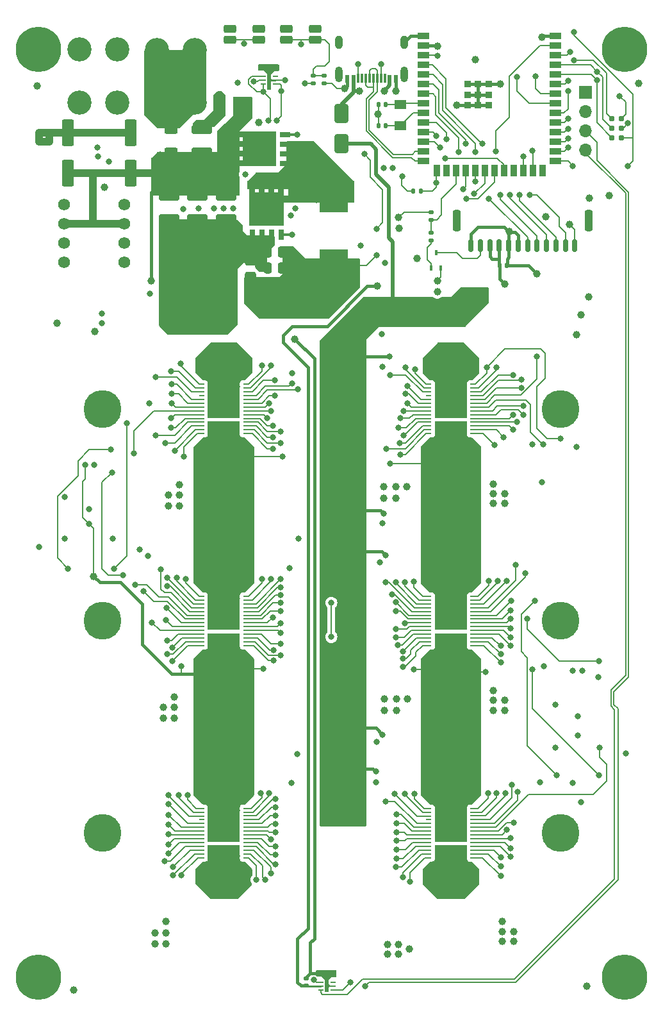
<source format=gbr>
%TF.GenerationSoftware,KiCad,Pcbnew,7.0.7*%
%TF.CreationDate,2023-12-16T21:43:42-07:00*%
%TF.ProjectId,bitaxeHex,62697461-7865-4486-9578-2e6b69636164,0.9*%
%TF.SameCoordinates,Original*%
%TF.FileFunction,Copper,L1,Top*%
%TF.FilePolarity,Positive*%
%FSLAX46Y46*%
G04 Gerber Fmt 4.6, Leading zero omitted, Abs format (unit mm)*
G04 Created by KiCad (PCBNEW 7.0.7) date 2023-12-16 21:43:42*
%MOMM*%
%LPD*%
G01*
G04 APERTURE LIST*
G04 Aperture macros list*
%AMRoundRect*
0 Rectangle with rounded corners*
0 $1 Rounding radius*
0 $2 $3 $4 $5 $6 $7 $8 $9 X,Y pos of 4 corners*
0 Add a 4 corners polygon primitive as box body*
4,1,4,$2,$3,$4,$5,$6,$7,$8,$9,$2,$3,0*
0 Add four circle primitives for the rounded corners*
1,1,$1+$1,$2,$3*
1,1,$1+$1,$4,$5*
1,1,$1+$1,$6,$7*
1,1,$1+$1,$8,$9*
0 Add four rect primitives between the rounded corners*
20,1,$1+$1,$2,$3,$4,$5,0*
20,1,$1+$1,$4,$5,$6,$7,0*
20,1,$1+$1,$6,$7,$8,$9,0*
20,1,$1+$1,$8,$9,$2,$3,0*%
%AMFreePoly0*
4,1,33,2.767855,2.265355,2.782500,2.230000,2.782500,1.570000,2.767855,1.534645,2.732500,1.520000,2.172500,1.520000,2.172500,1.020000,2.732500,1.020000,2.767855,1.005355,2.782500,0.970000,2.782500,0.310000,2.767855,0.274645,2.732500,0.260000,2.172500,0.260000,2.172500,-0.260000,2.732500,-0.260000,2.767855,-0.274645,2.782500,-0.310000,2.782500,-0.970000,2.767855,-1.005355,
2.732500,-1.020000,2.172500,-1.020000,2.172500,-1.520000,2.732500,-1.520000,2.767855,-1.534645,2.782500,-1.570000,2.782500,-2.230000,2.767855,-2.265355,2.732500,-2.280000,-2.172500,-2.280000,-2.172500,2.280000,2.732500,2.280000,2.767855,2.265355,2.767855,2.265355,$1*%
G04 Aperture macros list end*
%TA.AperFunction,SMDPad,CuDef*%
%ADD10R,0.792000X0.221000*%
%TD*%
%TA.AperFunction,SMDPad,CuDef*%
%ADD11R,4.277000X1.810000*%
%TD*%
%TA.AperFunction,SMDPad,CuDef*%
%ADD12R,4.277000X4.530000*%
%TD*%
%TA.AperFunction,ConnectorPad*%
%ADD13C,0.787400*%
%TD*%
%TA.AperFunction,SMDPad,CuDef*%
%ADD14RoundRect,0.135000X0.185000X-0.135000X0.185000X0.135000X-0.185000X0.135000X-0.185000X-0.135000X0*%
%TD*%
%TA.AperFunction,ComponentPad*%
%ADD15C,3.200000*%
%TD*%
%TA.AperFunction,SMDPad,CuDef*%
%ADD16RoundRect,0.250000X-0.625000X0.312500X-0.625000X-0.312500X0.625000X-0.312500X0.625000X0.312500X0*%
%TD*%
%TA.AperFunction,ComponentPad*%
%ADD17C,0.800000*%
%TD*%
%TA.AperFunction,ComponentPad*%
%ADD18C,6.000000*%
%TD*%
%TA.AperFunction,SMDPad,CuDef*%
%ADD19R,1.600200X1.168400*%
%TD*%
%TA.AperFunction,SMDPad,CuDef*%
%ADD20RoundRect,0.140000X-0.140000X-0.170000X0.140000X-0.170000X0.140000X0.170000X-0.140000X0.170000X0*%
%TD*%
%TA.AperFunction,ComponentPad*%
%ADD21C,1.574800*%
%TD*%
%TA.AperFunction,SMDPad,CuDef*%
%ADD22R,0.650000X1.372000*%
%TD*%
%TA.AperFunction,SMDPad,CuDef*%
%ADD23FreePoly0,90.000000*%
%TD*%
%TA.AperFunction,SMDPad,CuDef*%
%ADD24C,1.000000*%
%TD*%
%TA.AperFunction,SMDPad,CuDef*%
%ADD25R,0.450000X0.700000*%
%TD*%
%TA.AperFunction,SMDPad,CuDef*%
%ADD26RoundRect,0.262500X-0.562500X-0.262500X0.562500X-0.262500X0.562500X0.262500X-0.562500X0.262500X0*%
%TD*%
%TA.AperFunction,SMDPad,CuDef*%
%ADD27RoundRect,0.140000X0.140000X0.170000X-0.140000X0.170000X-0.140000X-0.170000X0.140000X-0.170000X0*%
%TD*%
%TA.AperFunction,SMDPad,CuDef*%
%ADD28R,3.700000X2.420000*%
%TD*%
%TA.AperFunction,SMDPad,CuDef*%
%ADD29RoundRect,0.250000X-1.100000X0.325000X-1.100000X-0.325000X1.100000X-0.325000X1.100000X0.325000X0*%
%TD*%
%TA.AperFunction,SMDPad,CuDef*%
%ADD30RoundRect,0.135000X-0.185000X0.135000X-0.185000X-0.135000X0.185000X-0.135000X0.185000X0.135000X0*%
%TD*%
%TA.AperFunction,SMDPad,CuDef*%
%ADD31RoundRect,0.250000X0.550000X-1.500000X0.550000X1.500000X-0.550000X1.500000X-0.550000X-1.500000X0*%
%TD*%
%TA.AperFunction,SMDPad,CuDef*%
%ADD32RoundRect,0.140000X0.170000X-0.140000X0.170000X0.140000X-0.170000X0.140000X-0.170000X-0.140000X0*%
%TD*%
%TA.AperFunction,ComponentPad*%
%ADD33C,5.000000*%
%TD*%
%TA.AperFunction,SMDPad,CuDef*%
%ADD34RoundRect,0.135000X0.135000X0.185000X-0.135000X0.185000X-0.135000X-0.185000X0.135000X-0.185000X0*%
%TD*%
%TA.AperFunction,SMDPad,CuDef*%
%ADD35RoundRect,0.250000X0.250000X0.475000X-0.250000X0.475000X-0.250000X-0.475000X0.250000X-0.475000X0*%
%TD*%
%TA.AperFunction,SMDPad,CuDef*%
%ADD36R,0.711200X0.228600*%
%TD*%
%TA.AperFunction,SMDPad,CuDef*%
%ADD37RoundRect,0.250000X0.475000X-0.250000X0.475000X0.250000X-0.475000X0.250000X-0.475000X-0.250000X0*%
%TD*%
%TA.AperFunction,ComponentPad*%
%ADD38R,1.700000X1.700000*%
%TD*%
%TA.AperFunction,ComponentPad*%
%ADD39O,1.700000X1.700000*%
%TD*%
%TA.AperFunction,SMDPad,CuDef*%
%ADD40R,1.500000X0.900000*%
%TD*%
%TA.AperFunction,SMDPad,CuDef*%
%ADD41R,0.900000X1.500000*%
%TD*%
%TA.AperFunction,SMDPad,CuDef*%
%ADD42R,0.900000X0.900000*%
%TD*%
%TA.AperFunction,SMDPad,CuDef*%
%ADD43RoundRect,0.150000X-0.150000X-0.700000X0.150000X-0.700000X0.150000X0.700000X-0.150000X0.700000X0*%
%TD*%
%TA.AperFunction,SMDPad,CuDef*%
%ADD44RoundRect,0.250000X-0.250000X-1.150000X0.250000X-1.150000X0.250000X1.150000X-0.250000X1.150000X0*%
%TD*%
%TA.AperFunction,SMDPad,CuDef*%
%ADD45R,1.372000X0.650000*%
%TD*%
%TA.AperFunction,SMDPad,CuDef*%
%ADD46FreePoly0,180.000000*%
%TD*%
%TA.AperFunction,SMDPad,CuDef*%
%ADD47RoundRect,0.140000X-0.170000X0.140000X-0.170000X-0.140000X0.170000X-0.140000X0.170000X0.140000X0*%
%TD*%
%TA.AperFunction,SMDPad,CuDef*%
%ADD48R,0.600000X1.060000*%
%TD*%
%TA.AperFunction,SMDPad,CuDef*%
%ADD49R,0.300000X1.150000*%
%TD*%
%TA.AperFunction,ComponentPad*%
%ADD50O,1.000000X2.100000*%
%TD*%
%TA.AperFunction,ComponentPad*%
%ADD51O,1.000000X1.800000*%
%TD*%
%TA.AperFunction,SMDPad,CuDef*%
%ADD52RoundRect,0.250000X1.100000X-0.325000X1.100000X0.325000X-1.100000X0.325000X-1.100000X-0.325000X0*%
%TD*%
%TA.AperFunction,SMDPad,CuDef*%
%ADD53RoundRect,0.250000X0.650000X-1.000000X0.650000X1.000000X-0.650000X1.000000X-0.650000X-1.000000X0*%
%TD*%
%TA.AperFunction,ComponentPad*%
%ADD54C,0.500000*%
%TD*%
%TA.AperFunction,SMDPad,CuDef*%
%ADD55R,2.600000X2.600000*%
%TD*%
%TA.AperFunction,ViaPad*%
%ADD56C,0.800000*%
%TD*%
%TA.AperFunction,ViaPad*%
%ADD57C,1.000000*%
%TD*%
%TA.AperFunction,Conductor*%
%ADD58C,1.000000*%
%TD*%
%TA.AperFunction,Conductor*%
%ADD59C,0.400000*%
%TD*%
%TA.AperFunction,Conductor*%
%ADD60C,0.200000*%
%TD*%
%TA.AperFunction,Conductor*%
%ADD61C,0.230000*%
%TD*%
%TA.AperFunction,Conductor*%
%ADD62C,0.500000*%
%TD*%
%TA.AperFunction,Conductor*%
%ADD63C,0.300000*%
%TD*%
G04 APERTURE END LIST*
D10*
%TO.P,U19,1,VDD3_0*%
%TO.N,Net-(U19-VDD3_0)*%
X110916000Y-128263000D03*
%TO.P,U19,2,VDD2_0*%
%TO.N,Net-(U19-VDD2_0)*%
X110916000Y-127761000D03*
%TO.P,U19,3,VDD1_0*%
%TO.N,Net-(U19-VDD1_0)*%
X110916000Y-127259000D03*
%TO.P,U19,4,VSS*%
%TO.N,/BM1366-1/VDD1*%
X110916000Y-126757000D03*
%TO.P,U19,5,CO*%
%TO.N,Net-(U19-CO)*%
X110916000Y-126255000D03*
%TO.P,U19,6,CLKO*%
%TO.N,Net-(U19-CLKO)*%
X110916000Y-125753000D03*
%TO.P,U19,7,RI*%
%TO.N,/BM1366-2/RI*%
X110916000Y-125251000D03*
%TO.P,U19,8,BO*%
%TO.N,Net-(U19-BO)*%
X110916000Y-124749000D03*
%TO.P,U19,9,NRSTO*%
%TO.N,Net-(U19-NRSTO)*%
X110916000Y-124247000D03*
%TO.P,U19,10,ADDR0*%
%TO.N,Net-(U19-ADDR0)*%
X110916000Y-123745000D03*
%TO.P,U19,11,ADDR1*%
%TO.N,Net-(U19-ADDR1)*%
X110916000Y-123243000D03*
%TO.P,U19,12,PLL_VSS*%
%TO.N,/BM1366-1/VDD1*%
X110916000Y-122741000D03*
%TO.P,U19,13,VDDIO_08_0*%
%TO.N,/BM1366-2/0V8*%
X110916000Y-122239000D03*
%TO.P,U19,14,VDDIO_18_0*%
%TO.N,/BM1366-2/1V8*%
X110916000Y-121737000D03*
%TO.P,U19,15,VDDIO_18_1*%
X105084000Y-121750000D03*
%TO.P,U19,16,VDDIO_08_1*%
%TO.N,/BM1366-2/0V8*%
X105084000Y-122250000D03*
%TO.P,U19,17,VSS*%
%TO.N,/BM1366-1/VDD1*%
X105084000Y-122750000D03*
%TO.P,U19,18,PIN_MODE*%
X105084000Y-123250000D03*
%TO.P,U19,19,INV_CLKO*%
%TO.N,Net-(U19-INV_CLKO)*%
X105084000Y-123750000D03*
%TO.P,U19,20,NRSTI*%
%TO.N,Net-(U19-NRSTI)*%
X105084000Y-124247000D03*
%TO.P,U19,21,BI*%
%TO.N,Net-(U19-BI)*%
X105084000Y-124750000D03*
%TO.P,U19,22,RO*%
%TO.N,Net-(U19-RO)*%
X105084000Y-125251000D03*
%TO.P,U19,23,CLKI*%
%TO.N,Net-(U19-CLKI)*%
X105084000Y-125753000D03*
%TO.P,U19,24,CI*%
%TO.N,Net-(U19-CI)*%
X105084000Y-126255000D03*
%TO.P,U19,25,VSS*%
%TO.N,/BM1366-1/VDD1*%
X105084000Y-126757000D03*
%TO.P,U19,26,VDD1_1*%
%TO.N,Net-(U19-VDD1_1)*%
X105084000Y-127250000D03*
%TO.P,U19,27,VDD2_1*%
%TO.N,Net-(U19-VDD2_1)*%
X105084000Y-127761000D03*
%TO.P,U19,28,VDD3_1*%
%TO.N,Net-(U19-VDD3_1)*%
X105084000Y-128250000D03*
D11*
%TO.P,U19,29,VDD*%
%TO.N,/BM1366-2/VDD2*%
X108000000Y-127468000D03*
D12*
%TO.P,U19,30,VSS*%
%TO.N,/BM1366-1/VDD1*%
X108000000Y-123892000D03*
%TD*%
D13*
%TO.P,J3,1,Pin_1*%
%TO.N,/ESP32/EN*%
X129265000Y-58630000D03*
%TO.P,J3,2,Pin_2*%
%TO.N,/3V3*%
X130535000Y-58630000D03*
%TO.P,J3,3,Pin_3*%
%TO.N,/ESP32/P_TX*%
X129265000Y-59900000D03*
%TO.P,J3,4,Pin_4*%
%TO.N,GND*%
X130535000Y-59900000D03*
%TO.P,J3,5,Pin_5*%
%TO.N,/ESP32/P_RX*%
X129265000Y-61170000D03*
%TO.P,J3,6,Pin_6*%
%TO.N,/ESP32/IO0*%
X130535000Y-61170000D03*
%TD*%
D10*
%TO.P,U22,1,VDD3_0*%
%TO.N,Net-(U19-VDD3_1)*%
X80916000Y-128263000D03*
%TO.P,U22,2,VDD2_0*%
%TO.N,Net-(U19-VDD2_1)*%
X80916000Y-127761000D03*
%TO.P,U22,3,VDD1_0*%
%TO.N,Net-(U19-VDD1_1)*%
X80916000Y-127259000D03*
%TO.P,U22,4,VSS*%
%TO.N,/BM1366-1/VDD1*%
X80916000Y-126757000D03*
%TO.P,U22,5,CO*%
%TO.N,Net-(U22-CO)*%
X80916000Y-126255000D03*
%TO.P,U22,6,CLKO*%
%TO.N,Net-(U22-CLKO)*%
X80916000Y-125753000D03*
%TO.P,U22,7,RI*%
%TO.N,Net-(U22-RI)*%
X80916000Y-125251000D03*
%TO.P,U22,8,BO*%
%TO.N,Net-(U22-BO)*%
X80916000Y-124749000D03*
%TO.P,U22,9,NRSTO*%
%TO.N,Net-(U22-NRSTO)*%
X80916000Y-124247000D03*
%TO.P,U22,10,ADDR0*%
%TO.N,Net-(U22-ADDR0)*%
X80916000Y-123745000D03*
%TO.P,U22,11,ADDR1*%
%TO.N,Net-(U22-ADDR1)*%
X80916000Y-123243000D03*
%TO.P,U22,12,PLL_VSS*%
%TO.N,/BM1366-1/VDD1*%
X80916000Y-122741000D03*
%TO.P,U22,13,VDDIO_08_0*%
%TO.N,/BM1366-2/0V8*%
X80916000Y-122239000D03*
%TO.P,U22,14,VDDIO_18_0*%
%TO.N,/BM1366-2/1V8*%
X80916000Y-121737000D03*
%TO.P,U22,15,VDDIO_18_1*%
X75084000Y-121750000D03*
%TO.P,U22,16,VDDIO_08_1*%
%TO.N,/BM1366-2/0V8*%
X75084000Y-122250000D03*
%TO.P,U22,17,VSS*%
%TO.N,/BM1366-1/VDD1*%
X75084000Y-122750000D03*
%TO.P,U22,18,PIN_MODE*%
X75084000Y-123250000D03*
%TO.P,U22,19,INV_CLKO*%
%TO.N,Net-(U22-INV_CLKO)*%
X75084000Y-123750000D03*
%TO.P,U22,20,NRSTI*%
%TO.N,/BM1366-2/NRSTI2*%
X75084000Y-124247000D03*
%TO.P,U22,21,BI*%
%TO.N,/BM1366-2/BI2*%
X75084000Y-124750000D03*
%TO.P,U22,22,RO*%
%TO.N,Net-(U22-RO)*%
X75084000Y-125251000D03*
%TO.P,U22,23,CLKI*%
%TO.N,/BM1366-2/CLKI1*%
X75084000Y-125753000D03*
%TO.P,U22,24,CI*%
%TO.N,/BM1366-2/CI2*%
X75084000Y-126255000D03*
%TO.P,U22,25,VSS*%
%TO.N,/BM1366-1/VDD1*%
X75084000Y-126757000D03*
%TO.P,U22,26,VDD1_1*%
%TO.N,Net-(U22-VDD1_1)*%
X75084000Y-127250000D03*
%TO.P,U22,27,VDD2_1*%
%TO.N,Net-(U22-VDD2_1)*%
X75084000Y-127761000D03*
%TO.P,U22,28,VDD3_1*%
%TO.N,Net-(U22-VDD3_1)*%
X75084000Y-128250000D03*
D11*
%TO.P,U22,29,VDD*%
%TO.N,/BM1366-2/VDD2*%
X78000000Y-127468000D03*
D12*
%TO.P,U22,30,VSS*%
%TO.N,/BM1366-1/VDD1*%
X78000000Y-123892000D03*
%TD*%
D14*
%TO.P,R13,1*%
%TO.N,/3V3*%
X89800000Y-54010000D03*
%TO.P,R13,2*%
%TO.N,/ESP32/EN*%
X89800000Y-52990000D03*
%TD*%
D15*
%TO.P,J2,1,Pin_1*%
%TO.N,GND*%
X63928000Y-56530000D03*
X63928000Y-49530000D03*
X58928000Y-56530000D03*
X58928000Y-49530000D03*
%TD*%
D16*
%TO.P,R1,1*%
%TO.N,/Power/VIN*%
X71000000Y-60137500D03*
%TO.P,R1,2*%
%TO.N,/VIN_M*%
X71000000Y-63062500D03*
%TD*%
D17*
%TO.P,H1,1*%
%TO.N,N/C*%
X51250000Y-49500000D03*
X51909010Y-47909010D03*
X51909010Y-51090990D03*
X53500000Y-47250000D03*
D18*
X53500000Y-49500000D03*
D17*
X53500000Y-51750000D03*
X55090990Y-47909010D03*
X55090990Y-51090990D03*
X55750000Y-49500000D03*
%TD*%
D15*
%TO.P,J1,1,Pin_1*%
%TO.N,/Power/VIN*%
X74128000Y-56586000D03*
X74128000Y-49586000D03*
X69128000Y-56586000D03*
X69128000Y-49586000D03*
%TD*%
D19*
%TO.P,Y1,1,1*%
%TO.N,/ESP32/XIN32*%
X101300000Y-56777600D03*
%TO.P,Y1,2,2*%
%TO.N,/ESP32/XOUT32*%
X101300000Y-59622400D03*
%TD*%
D20*
%TO.P,C28,1*%
%TO.N,/3V3*%
X114420000Y-78050000D03*
%TO.P,C28,2*%
%TO.N,GND*%
X115380000Y-78050000D03*
%TD*%
D21*
%TO.P,J6,1,Pin_1*%
%TO.N,GND*%
X64800000Y-70000000D03*
%TO.P,J6,2,Pin_2*%
%TO.N,/VIN_M*%
X64800000Y-72540000D03*
%TO.P,J6,3,Pin_3*%
%TO.N,/Fan/FAN2_TACH*%
X64800000Y-75080000D03*
%TO.P,J6,4,Pin_4*%
%TO.N,/Fan/FAN2_PWM*%
X64800000Y-77620000D03*
%TD*%
D22*
%TO.P,Q2,1*%
%TO.N,GND*%
X81730000Y-74000000D03*
%TO.P,Q2,2*%
X83000000Y-74000000D03*
%TO.P,Q2,3,S*%
X84270000Y-74000000D03*
%TO.P,Q2,4,G*%
%TO.N,Net-(Q2-G)*%
X85540000Y-74000000D03*
D23*
%TO.P,Q2,5,D*%
%TO.N,/Power/SW*%
X83635000Y-70592500D03*
%TD*%
D17*
%TO.P,H4,1*%
%TO.N,N/C*%
X128750000Y-172000000D03*
X129409010Y-170409010D03*
X129409010Y-173590990D03*
X131000000Y-169750000D03*
D18*
X131000000Y-172000000D03*
D17*
X131000000Y-174250000D03*
X132590990Y-170409010D03*
X132590990Y-173590990D03*
X133250000Y-172000000D03*
%TD*%
D24*
%TO.P,FID3,*%
%TO.N,*%
X53340000Y-54356000D03*
%TD*%
D25*
%TO.P,Q5,1,G*%
%TO.N,Net-(Q5-G)*%
X105400000Y-78400000D03*
%TO.P,Q5,2,S*%
%TO.N,GND*%
X106700000Y-78400000D03*
%TO.P,Q5,3,D*%
%TO.N,Net-(J8-Pin_2)*%
X106050000Y-76400000D03*
%TD*%
D17*
%TO.P,SW2,1*%
%TO.N,GND*%
X78675000Y-46700000D03*
D26*
X78775000Y-46775000D03*
X82625000Y-46775000D03*
D17*
X82725000Y-46700000D03*
D26*
%TO.P,SW2,2*%
%TO.N,/ESP32/IO0*%
X78775000Y-48225000D03*
X82625000Y-48225000D03*
%TD*%
D27*
%TO.P,C29,1*%
%TO.N,/ESP32/XIN32*%
X99380000Y-56800000D03*
%TO.P,C29,2*%
%TO.N,GND*%
X98420000Y-56800000D03*
%TD*%
D28*
%TO.P,L1,1,1*%
%TO.N,/Power/SW*%
X92500000Y-69880000D03*
%TO.P,L1,2,2*%
%TO.N,/VDD*%
X92500000Y-77120000D03*
%TD*%
D29*
%TO.P,C9,1*%
%TO.N,/VIN_M*%
X70800000Y-68925000D03*
%TO.P,C9,2*%
%TO.N,GND*%
X70800000Y-71875000D03*
%TD*%
D10*
%TO.P,U27,1,VDD1_0*%
%TO.N,Net-(U24-VDD1_1)*%
X80916000Y-156263000D03*
%TO.P,U27,2,VDD2_0*%
%TO.N,Net-(U24-VDD2_1)*%
X80916000Y-155761000D03*
%TO.P,U27,3,VDD3_0*%
%TO.N,Net-(U24-VDD3_1)*%
X80916000Y-155259000D03*
%TO.P,U27,4,VSS*%
%TO.N,/BM1366-2/VDD2*%
X80916000Y-154757000D03*
%TO.P,U27,5,NRSTI*%
%TO.N,Net-(U24-NRSTO)*%
X80916000Y-154255000D03*
%TO.P,U27,6,BI*%
%TO.N,Net-(U27-BI)*%
X80916000Y-153753000D03*
%TO.P,U27,7,RO*%
%TO.N,Net-(U27-RO)*%
X80916000Y-153251000D03*
%TO.P,U27,8,CLKI*%
%TO.N,Net-(U27-CLKI)*%
X80916000Y-152749000D03*
%TO.P,U27,9,CI*%
%TO.N,Net-(U27-CI)*%
X80916000Y-152247000D03*
%TO.P,U27,10,ADDR0*%
%TO.N,Net-(U27-ADDR0)*%
X80916000Y-151745000D03*
%TO.P,U27,11,ADDR1*%
%TO.N,Net-(U27-ADDR1)*%
X80916000Y-151243000D03*
%TO.P,U27,12,PLL_VSS*%
%TO.N,/BM1366-2/VDD2*%
X80916000Y-150741000D03*
%TO.P,U27,13,VDDIO_08_0*%
%TO.N,/BM1366-3/0V8*%
X80916000Y-150239000D03*
%TO.P,U27,14,VDDIO_18_0*%
%TO.N,/BM1366-3/1V8*%
X80916000Y-149737000D03*
%TO.P,U27,15,VDDIO_18_1*%
X75084000Y-149750000D03*
%TO.P,U27,16,VDDIO_08_1*%
%TO.N,/BM1366-3/0V8*%
X75084000Y-150250000D03*
%TO.P,U27,17,VSS*%
%TO.N,/BM1366-2/VDD2*%
X75084000Y-150750000D03*
%TO.P,U27,18,PIN_MODE*%
%TO.N,unconnected-(U27-PIN_MODE-Pad18)*%
X75084000Y-151250000D03*
%TO.P,U27,19,INV_CLKO*%
%TO.N,Net-(U27-INV_CLKO)*%
X75084000Y-151750000D03*
%TO.P,U27,20,CO*%
%TO.N,/BM1366-3/CO3*%
X75084000Y-152247000D03*
%TO.P,U27,21,CLKO*%
%TO.N,/BM1366-3/CLKO3*%
X75084000Y-152750000D03*
%TO.P,U27,22,RI*%
%TO.N,/BM1366-3/RI3*%
X75084000Y-153251000D03*
%TO.P,U27,23,BO*%
%TO.N,/BM1366-3/BO3*%
X75084000Y-153753000D03*
%TO.P,U27,24,NRSTO*%
%TO.N,/BM1366-3/NRSTO3*%
X75084000Y-154255000D03*
%TO.P,U27,25,VSS*%
%TO.N,/BM1366-2/VDD2*%
X75084000Y-154757000D03*
%TO.P,U27,26,VDD3_1*%
%TO.N,Net-(U27-VDD3_1)*%
X75084000Y-155250000D03*
%TO.P,U27,27,VDD2_1*%
%TO.N,Net-(U27-VDD2_1)*%
X75084000Y-155761000D03*
%TO.P,U27,28,VDD1_1*%
%TO.N,Net-(U27-VDD1_1)*%
X75084000Y-156250000D03*
D11*
%TO.P,U27,29,VDD*%
%TO.N,/VDD*%
X78000000Y-155468000D03*
D12*
%TO.P,U27,30,VSS*%
%TO.N,/BM1366-2/VDD2*%
X78000000Y-151892000D03*
%TD*%
D30*
%TO.P,R16,1*%
%TO.N,GND*%
X105400000Y-70990000D03*
%TO.P,R16,2*%
%TO.N,/ESP32/TFT_BLK*%
X105400000Y-72010000D03*
%TD*%
D21*
%TO.P,J5,1,Pin_1*%
%TO.N,GND*%
X56900000Y-70000000D03*
%TO.P,J5,2,Pin_2*%
%TO.N,/VIN_M*%
X56900000Y-72540000D03*
%TO.P,J5,3,Pin_3*%
%TO.N,/Fan/FAN1_TACH*%
X56900000Y-75080000D03*
%TO.P,J5,4,Pin_4*%
%TO.N,/Fan/FAN1_PWM*%
X56900000Y-77620000D03*
%TD*%
D31*
%TO.P,C34,1*%
%TO.N,/VIN_M*%
X57400000Y-65900000D03*
%TO.P,C34,2*%
%TO.N,GND*%
X57400000Y-60500000D03*
%TD*%
D17*
%TO.P,SW1,1*%
%TO.N,GND*%
X86125000Y-46700000D03*
D26*
X86225000Y-46775000D03*
X90075000Y-46775000D03*
D17*
X90175000Y-46700000D03*
D26*
%TO.P,SW1,2*%
%TO.N,/ESP32/EN*%
X86225000Y-48225000D03*
X90075000Y-48225000D03*
%TD*%
D32*
%TO.P,C33,1*%
%TO.N,/3V3*%
X88900000Y-173180000D03*
%TO.P,C33,2*%
%TO.N,GND*%
X88900000Y-172220000D03*
%TD*%
D33*
%TO.P,H8,*%
%TO.N,*%
X122500000Y-125000000D03*
%TD*%
D10*
%TO.P,U24,1,VDD1_0*%
%TO.N,Net-(U24-VDD1_0)*%
X110916000Y-156263000D03*
%TO.P,U24,2,VDD2_0*%
%TO.N,Net-(U24-VDD2_0)*%
X110916000Y-155761000D03*
%TO.P,U24,3,VDD3_0*%
%TO.N,Net-(U24-VDD3_0)*%
X110916000Y-155259000D03*
%TO.P,U24,4,VSS*%
%TO.N,/BM1366-2/VDD2*%
X110916000Y-154757000D03*
%TO.P,U24,5,NRSTI*%
%TO.N,/BM1366-3/NRSTI3*%
X110916000Y-154255000D03*
%TO.P,U24,6,BI*%
%TO.N,/BM1366-3/BI3*%
X110916000Y-153753000D03*
%TO.P,U24,7,RO*%
%TO.N,Net-(U24-RO)*%
X110916000Y-153251000D03*
%TO.P,U24,8,CLKI*%
%TO.N,/BM1366-3/CLKI1*%
X110916000Y-152749000D03*
%TO.P,U24,9,CI*%
%TO.N,/BM1366-3/CI3*%
X110916000Y-152247000D03*
%TO.P,U24,10,ADDR0*%
%TO.N,Net-(U24-ADDR0)*%
X110916000Y-151745000D03*
%TO.P,U24,11,ADDR1*%
%TO.N,Net-(U24-ADDR1)*%
X110916000Y-151243000D03*
%TO.P,U24,12,PLL_VSS*%
%TO.N,/BM1366-2/VDD2*%
X110916000Y-150741000D03*
%TO.P,U24,13,VDDIO_08_0*%
%TO.N,/BM1366-3/0V8*%
X110916000Y-150239000D03*
%TO.P,U24,14,VDDIO_18_0*%
%TO.N,/BM1366-3/1V8*%
X110916000Y-149737000D03*
%TO.P,U24,15,VDDIO_18_1*%
X105084000Y-149750000D03*
%TO.P,U24,16,VDDIO_08_1*%
%TO.N,/BM1366-3/0V8*%
X105084000Y-150250000D03*
%TO.P,U24,17,VSS*%
%TO.N,/BM1366-2/VDD2*%
X105084000Y-150750000D03*
%TO.P,U24,18,PIN_MODE*%
%TO.N,unconnected-(U24-PIN_MODE-Pad18)*%
X105084000Y-151250000D03*
%TO.P,U24,19,INV_CLKO*%
%TO.N,Net-(U24-INV_CLKO)*%
X105084000Y-151750000D03*
%TO.P,U24,20,CO*%
%TO.N,Net-(U24-CO)*%
X105084000Y-152247000D03*
%TO.P,U24,21,CLKO*%
%TO.N,Net-(U24-CLKO)*%
X105084000Y-152750000D03*
%TO.P,U24,22,RI*%
%TO.N,Net-(U24-RI)*%
X105084000Y-153251000D03*
%TO.P,U24,23,BO*%
%TO.N,Net-(U24-BO)*%
X105084000Y-153753000D03*
%TO.P,U24,24,NRSTO*%
%TO.N,Net-(U24-NRSTO)*%
X105084000Y-154255000D03*
%TO.P,U24,25,VSS*%
%TO.N,/BM1366-2/VDD2*%
X105084000Y-154757000D03*
%TO.P,U24,26,VDD3_1*%
%TO.N,Net-(U24-VDD3_1)*%
X105084000Y-155250000D03*
%TO.P,U24,27,VDD2_1*%
%TO.N,Net-(U24-VDD2_1)*%
X105084000Y-155761000D03*
%TO.P,U24,28,VDD1_1*%
%TO.N,Net-(U24-VDD1_1)*%
X105084000Y-156250000D03*
D11*
%TO.P,U24,29,VDD*%
%TO.N,/VDD*%
X108000000Y-155468000D03*
D12*
%TO.P,U24,30,VSS*%
%TO.N,/BM1366-2/VDD2*%
X108000000Y-151892000D03*
%TD*%
D34*
%TO.P,R7,1*%
%TO.N,/3V3*%
X104010000Y-68250000D03*
%TO.P,R7,2*%
%TO.N,/Power/PGOOD*%
X102990000Y-68250000D03*
%TD*%
D33*
%TO.P,H7,*%
%TO.N,*%
X62000000Y-125000000D03*
%TD*%
D24*
%TO.P,FID1,*%
%TO.N,*%
X132842000Y-54050000D03*
%TD*%
D29*
%TO.P,C10,1*%
%TO.N,/VIN_M*%
X74500000Y-68925000D03*
%TO.P,C10,2*%
%TO.N,GND*%
X74500000Y-71875000D03*
%TD*%
D27*
%TO.P,C30,1*%
%TO.N,/ESP32/XOUT32*%
X99380000Y-59600000D03*
%TO.P,C30,2*%
%TO.N,GND*%
X98420000Y-59600000D03*
%TD*%
D30*
%TO.P,R15,1*%
%TO.N,/ESP32/TFT_BLK*%
X105400000Y-73740000D03*
%TO.P,R15,2*%
%TO.N,Net-(Q5-G)*%
X105400000Y-74760000D03*
%TD*%
D24*
%TO.P,FID7,*%
%TO.N,*%
X58166000Y-173736000D03*
%TD*%
D35*
%TO.P,C155,1*%
%TO.N,/VDD*%
X85700000Y-76300000D03*
%TO.P,C155,2*%
%TO.N,GND*%
X83800000Y-76300000D03*
%TD*%
D36*
%TO.P,U10,1,SCL*%
%TO.N,/SCL*%
X84800100Y-54099999D03*
%TO.P,U10,2,GND*%
%TO.N,GND*%
X84800100Y-53600000D03*
%TO.P,U10,3,ALERT*%
%TO.N,unconnected-(U10-ALERT-Pad3)*%
X84800100Y-53100001D03*
%TO.P,U10,4,A0*%
%TO.N,/SDA*%
X83199900Y-53100001D03*
%TO.P,U10,5,V+*%
%TO.N,/3V3*%
X83199900Y-53600000D03*
%TO.P,U10,6,SDA*%
%TO.N,/SDA*%
X83199900Y-54099999D03*
%TD*%
D29*
%TO.P,C6,1*%
%TO.N,/VIN_M*%
X78300000Y-68925000D03*
%TO.P,C6,2*%
%TO.N,GND*%
X78300000Y-71875000D03*
%TD*%
D33*
%TO.P,H10,*%
%TO.N,*%
X122500000Y-153000000D03*
%TD*%
D10*
%TO.P,U16,1,VDD1_0*%
%TO.N,Net-(U13-VDD1_1)*%
X80916000Y-100263000D03*
%TO.P,U16,2,VDD2_0*%
%TO.N,Net-(U13-VDD2_1)*%
X80916000Y-99761000D03*
%TO.P,U16,3,VDD3_0*%
%TO.N,Net-(U13-VDD3_1)*%
X80916000Y-99259000D03*
%TO.P,U16,4,VSS*%
%TO.N,GND*%
X80916000Y-98757000D03*
%TO.P,U16,5,NRSTI*%
%TO.N,Net-(U13-NRSTO)*%
X80916000Y-98255000D03*
%TO.P,U16,6,BI*%
%TO.N,Net-(U16-BI)*%
X80916000Y-97753000D03*
%TO.P,U16,7,RO*%
%TO.N,Net-(U16-RO)*%
X80916000Y-97251000D03*
%TO.P,U16,8,CLKI*%
%TO.N,Net-(U16-CLKI)*%
X80916000Y-96749000D03*
%TO.P,U16,9,CI*%
%TO.N,Net-(U16-CI)*%
X80916000Y-96247000D03*
%TO.P,U16,10,ADDR0*%
%TO.N,Net-(U16-ADDR0)*%
X80916000Y-95745000D03*
%TO.P,U16,11,ADDR1*%
%TO.N,Net-(U16-ADDR1)*%
X80916000Y-95243000D03*
%TO.P,U16,12,PLL_VSS*%
%TO.N,GND*%
X80916000Y-94741000D03*
%TO.P,U16,13,VDDIO_08_0*%
%TO.N,/BM1366-1/0V8*%
X80916000Y-94239000D03*
%TO.P,U16,14,VDDIO_18_0*%
%TO.N,/BM1366-1/1V8*%
X80916000Y-93737000D03*
%TO.P,U16,15,VDDIO_18_1*%
X75084000Y-93750000D03*
%TO.P,U16,16,VDDIO_08_1*%
%TO.N,/BM1366-1/0V8*%
X75084000Y-94250000D03*
%TO.P,U16,17,VSS*%
%TO.N,GND*%
X75084000Y-94750000D03*
%TO.P,U16,18,PIN_MODE*%
%TO.N,unconnected-(U16-PIN_MODE-Pad18)*%
X75084000Y-95250000D03*
%TO.P,U16,19,INV_CLKO*%
%TO.N,Net-(U16-INV_CLKO)*%
X75084000Y-95750000D03*
%TO.P,U16,20,CO*%
%TO.N,Net-(U16-CO)*%
X75084000Y-96247000D03*
%TO.P,U16,21,CLKO*%
%TO.N,Net-(U16-CLKO)*%
X75084000Y-96750000D03*
%TO.P,U16,22,RI*%
%TO.N,/BM1366-1/RI*%
X75084000Y-97251000D03*
%TO.P,U16,23,BO*%
%TO.N,Net-(U16-BO)*%
X75084000Y-97753000D03*
%TO.P,U16,24,NRSTO*%
%TO.N,Net-(U16-NRSTO)*%
X75084000Y-98255000D03*
%TO.P,U16,25,VSS*%
%TO.N,GND*%
X75084000Y-98757000D03*
%TO.P,U16,26,VDD3_1*%
%TO.N,Net-(U16-VDD3_1)*%
X75084000Y-99250000D03*
%TO.P,U16,27,VDD2_1*%
%TO.N,Net-(U16-VDD2_1)*%
X75084000Y-99761000D03*
%TO.P,U16,28,VDD1_1*%
%TO.N,Net-(U16-VDD1_1)*%
X75084000Y-100250000D03*
D11*
%TO.P,U16,29,VDD*%
%TO.N,/BM1366-1/VDD1*%
X78000000Y-99468000D03*
D12*
%TO.P,U16,30,VSS*%
%TO.N,GND*%
X78000000Y-95892000D03*
%TD*%
D37*
%TO.P,C153,1*%
%TO.N,/VDD*%
X81550000Y-79450000D03*
%TO.P,C153,2*%
%TO.N,GND*%
X81550000Y-77550000D03*
%TD*%
D33*
%TO.P,H6,*%
%TO.N,*%
X122500000Y-97000000D03*
%TD*%
%TO.P,H5,*%
%TO.N,*%
X62000000Y-97000000D03*
%TD*%
D38*
%TO.P,J7,1,Pin_1*%
%TO.N,GND*%
X125800000Y-55200000D03*
D39*
%TO.P,J7,2,Pin_2*%
%TO.N,/3V3*%
X125800000Y-57740000D03*
%TO.P,J7,3,Pin_3*%
%TO.N,/SCL*%
X125800000Y-60280000D03*
%TO.P,J7,4,Pin_4*%
%TO.N,/SDA*%
X125800000Y-62820000D03*
%TD*%
D40*
%TO.P,U9,1,GND*%
%TO.N,GND*%
X104350000Y-47780000D03*
%TO.P,U9,2,3V3*%
%TO.N,/3V3*%
X104350000Y-49050000D03*
%TO.P,U9,3,EN*%
%TO.N,/ESP32/EN*%
X104350000Y-50320000D03*
%TO.P,U9,4,GPIO4/TOUCH4/ADC1_CH3*%
%TO.N,/ESP32/TFT_RES*%
X104350000Y-51590000D03*
%TO.P,U9,5,GPIO5/TOUCH5/ADC1_CH4*%
%TO.N,/ESP32/TFT_SDA*%
X104350000Y-52860000D03*
%TO.P,U9,6,GPIO6/TOUCH6/ADC1_CH5*%
%TO.N,/ESP32/TFT_SCL*%
X104350000Y-54130000D03*
%TO.P,U9,7,GPIO7/TOUCH7/ADC1_CH6*%
%TO.N,/ESP32/TFT_CS*%
X104350000Y-55400000D03*
%TO.P,U9,8,GPIO15/U0RTS/ADC2_CH4/XTAL_32K_P*%
%TO.N,/ESP32/XIN32*%
X104350000Y-56670000D03*
%TO.P,U9,9,GPIO16/U0CTS/ADC2_CH5/XTAL_32K_NH5*%
%TO.N,/ESP32/XOUT32*%
X104350000Y-57940000D03*
%TO.P,U9,10,GPIO17/U1TXD/ADC2_CH6*%
%TO.N,/ESP32/ESP32_TX*%
X104350000Y-59210000D03*
%TO.P,U9,11,GPIO18/U1RXD/ADC2_CH7/CLK_OUT3*%
%TO.N,/ESP32/ESP32_RX*%
X104350000Y-60480000D03*
%TO.P,U9,12,GPIO8/TOUCH8/ADC1_CH7/SUBSPICS1*%
%TO.N,/ESP32/TFT_DC*%
X104350000Y-61750000D03*
%TO.P,U9,13,GPIO19/U1RTS/ADC2_CH8/CLK_OUT2/USB_D-*%
%TO.N,Net-(U9-GPIO19{slash}U1RTS{slash}ADC2_CH8{slash}CLK_OUT2{slash}USB_D-)*%
X104350000Y-63020000D03*
%TO.P,U9,14,GPIO20/U1CTS/ADC2_CH9/CLK_OUT1/USB_D+*%
%TO.N,Net-(U9-GPIO20{slash}U1CTS{slash}ADC2_CH9{slash}CLK_OUT1{slash}USB_D+)*%
X104350000Y-64290000D03*
D41*
%TO.P,U9,15,GPIO3/TOUCH3/ADC1_CH2\u002A*%
%TO.N,/3V3*%
X106115000Y-65540000D03*
%TO.P,U9,16,\u002AGPIO46*%
%TO.N,unconnected-(U9-\u002AGPIO46-Pad16)*%
X107385000Y-65540000D03*
%TO.P,U9,17,GPIO9/TOUCH9/ADC1_CH8/FSPIHD/SUBSPIHD*%
%TO.N,/ESP32/TFT_BLK*%
X108655000Y-65540000D03*
%TO.P,U9,18,GPIO10/TOUCH10/ADC1_CH9/FSPICS0/FSPIIO4/SUBSPICS0*%
%TO.N,/ESP32/PWR_EN*%
X109925000Y-65540000D03*
%TO.P,U9,19,GPIO11/TOUCH11/ADC2_CH0/FSPID/FSPIIO5/SUBSPID*%
%TO.N,/Power/PGOOD*%
X111195000Y-65540000D03*
%TO.P,U9,20,GPIO12/TOUCH12/ADC2_CH1/FSPICLK/FSPIIO6/SUBSPICLK*%
%TO.N,Net-(U9-GPIO12{slash}TOUCH12{slash}ADC2_CH1{slash}FSPICLK{slash}FSPIIO6{slash}SUBSPICLK)*%
X112465000Y-65540000D03*
%TO.P,U9,21,GPIO13/TOUCH13/ADC2_CH2/FSPIQ/FSPIIO7/SUBSPIQ*%
%TO.N,Net-(U9-GPIO13{slash}TOUCH13{slash}ADC2_CH2{slash}FSPIQ{slash}FSPIIO7{slash}SUBSPIQ)*%
X113735000Y-65540000D03*
%TO.P,U9,22,GPIO14/TOUCH14/ADC2_CH3/FSPIWP/FSPIDQS/SUBSPIWP*%
%TO.N,Net-(U9-GPIO14{slash}TOUCH14{slash}ADC2_CH3{slash}FSPIWP{slash}FSPIDQS{slash}SUBSPIWP)*%
X115005000Y-65540000D03*
%TO.P,U9,23,GPIO21*%
%TO.N,unconnected-(U9-GPIO21-Pad23)*%
X116275000Y-65540000D03*
%TO.P,U9,24,GPIO47/SPICLK_P/SUBSPICLK_P_DIFF*%
%TO.N,/SDA*%
X117545000Y-65540000D03*
%TO.P,U9,25,GPIO48/SPICLK_N/SUBSPICLK_N_DIFF*%
%TO.N,/SCL*%
X118815000Y-65540000D03*
%TO.P,U9,26,\u002AGPIO45*%
%TO.N,unconnected-(U9-\u002AGPIO45-Pad26)*%
X120085000Y-65540000D03*
D40*
%TO.P,U9,27,GPIO0/BOOT\u002A*%
%TO.N,/ESP32/IO0*%
X121850000Y-64290000D03*
%TO.P,U9,28,SPIIO6/GPIO35/FSPID/SUBSPID*%
%TO.N,Net-(U9-SPIIO6{slash}GPIO35{slash}FSPID{slash}SUBSPID)*%
X121850000Y-63020000D03*
%TO.P,U9,29,SPIIO7/GPIO36/FSPICLK/SUBSPICLK*%
%TO.N,Net-(U9-SPIIO7{slash}GPIO36{slash}FSPICLK{slash}SUBSPICLK)*%
X121850000Y-61750000D03*
%TO.P,U9,30,SPIDQS/GPIO37/FSPIQ/SUBSPIQ*%
%TO.N,Net-(U9-SPIDQS{slash}GPIO37{slash}FSPIQ{slash}SUBSPIQ)*%
X121850000Y-60480000D03*
%TO.P,U9,31,GPIO38/FSPIWP/SUBSPIWP*%
%TO.N,Net-(U9-GPIO38{slash}FSPIWP{slash}SUBSPIWP)*%
X121850000Y-59210000D03*
%TO.P,U9,32,MTCK/GPIO39/CLK_OUT3/SUBSPICS1*%
%TO.N,Net-(U9-MTCK{slash}GPIO39{slash}CLK_OUT3{slash}SUBSPICS1)*%
X121850000Y-57940000D03*
%TO.P,U9,33,MTDO/GPIO40/CLK_OUT2*%
%TO.N,Net-(U9-MTDO{slash}GPIO40{slash}CLK_OUT2)*%
X121850000Y-56670000D03*
%TO.P,U9,34,MTDI/GPIO41/CLK_OUT1*%
%TO.N,Net-(U9-MTDI{slash}GPIO41{slash}CLK_OUT1)*%
X121850000Y-55400000D03*
%TO.P,U9,35,MTMS/GPIO42*%
%TO.N,Net-(U9-MTMS{slash}GPIO42)*%
X121850000Y-54130000D03*
%TO.P,U9,36,U0RXD/GPIO44/CLK_OUT2*%
%TO.N,/ESP32/P_RX*%
X121850000Y-52860000D03*
%TO.P,U9,37,U0TXD/GPIO43/CLK_OUT1*%
%TO.N,/ESP32/P_TX*%
X121850000Y-51590000D03*
%TO.P,U9,38,GPIO2/TOUCH2/ADC1_CH1*%
%TO.N,/ESP32/VDD_SAMPLE*%
X121850000Y-50320000D03*
%TO.P,U9,39,GPIO1/TOUCH1/ADC1_CH0*%
%TO.N,/ESP32/ASIC_RST*%
X121850000Y-49050000D03*
%TO.P,U9,40,GND*%
%TO.N,GND*%
X121850000Y-47780000D03*
D42*
%TO.P,U9,41,GND*%
X110200000Y-54100000D03*
X110200000Y-55500000D03*
X110200000Y-56900000D03*
X111600000Y-54100000D03*
X111600000Y-55500000D03*
X111600000Y-56900000D03*
X113000000Y-54100000D03*
X113000000Y-55500000D03*
X113000000Y-56900000D03*
%TD*%
D43*
%TO.P,J8,1,Pin_1*%
%TO.N,GND*%
X110650000Y-75450000D03*
%TO.P,J8,2,Pin_2*%
%TO.N,Net-(J8-Pin_2)*%
X111900000Y-75450000D03*
%TO.P,J8,3,Pin_3*%
%TO.N,/3V3*%
X113150000Y-75450000D03*
%TO.P,J8,4,Pin_4*%
X114400000Y-75450000D03*
%TO.P,J8,5,Pin_5*%
%TO.N,GND*%
X115650000Y-75450000D03*
%TO.P,J8,6,Pin_6*%
X116900000Y-75450000D03*
%TO.P,J8,7,Pin_7*%
%TO.N,/ESP32/TFT_DC*%
X118150000Y-75450000D03*
%TO.P,J8,8,Pin_8*%
%TO.N,/ESP32/TFT_CS*%
X119400000Y-75450000D03*
%TO.P,J8,9,Pin_9*%
%TO.N,/ESP32/TFT_SCL*%
X120650000Y-75450000D03*
%TO.P,J8,10,Pin_10*%
%TO.N,/ESP32/TFT_SDA*%
X121900000Y-75450000D03*
%TO.P,J8,11,Pin_11*%
%TO.N,/ESP32/TFT_RES*%
X123150000Y-75450000D03*
%TO.P,J8,12,Pin_12*%
%TO.N,GND*%
X124400000Y-75450000D03*
D44*
%TO.P,J8,MP*%
%TO.N,unconnected-(J8-PadMP)*%
X108800000Y-72100000D03*
%TO.P,J8,MP2*%
%TO.N,unconnected-(J8-PadMP2)*%
X126250000Y-72100000D03*
%TD*%
D24*
%TO.P,FID5,*%
%TO.N,*%
X125984000Y-173228000D03*
%TD*%
D36*
%TO.P,U11,1,SCL*%
%TO.N,/SCL*%
X92400100Y-173699999D03*
%TO.P,U11,2,GND*%
%TO.N,GND*%
X92400100Y-173200000D03*
%TO.P,U11,3,ALERT*%
%TO.N,unconnected-(U11-ALERT-Pad3)*%
X92400100Y-172700001D03*
%TO.P,U11,4,A0*%
%TO.N,/SCL*%
X90799900Y-172700001D03*
%TO.P,U11,5,V+*%
%TO.N,/3V3*%
X90799900Y-173200000D03*
%TO.P,U11,6,SDA*%
%TO.N,/SDA*%
X90799900Y-173699999D03*
%TD*%
D45*
%TO.P,Q1,1*%
%TO.N,/Power/SW*%
X86100000Y-64570000D03*
%TO.P,Q1,2*%
X86100000Y-63300000D03*
%TO.P,Q1,3,S*%
X86100000Y-62030000D03*
%TO.P,Q1,4,G*%
%TO.N,Net-(Q1-G)*%
X86100000Y-60760000D03*
D46*
%TO.P,Q1,5,D*%
%TO.N,/VIN_M*%
X82692500Y-62665000D03*
%TD*%
D47*
%TO.P,C24,1*%
%TO.N,/ESP32/EN*%
X91250000Y-53020000D03*
%TO.P,C24,2*%
%TO.N,GND*%
X91250000Y-53980000D03*
%TD*%
D48*
%TO.P,J4,A1,GND*%
%TO.N,GND*%
X100710000Y-53420000D03*
%TO.P,J4,A4,VBUS*%
%TO.N,Net-(D1-Pad2)*%
X99910000Y-53420000D03*
D49*
%TO.P,J4,A5,CC1*%
%TO.N,Net-(J4-CC1)*%
X98760000Y-53375000D03*
%TO.P,J4,A6,D+*%
%TO.N,Net-(U9-GPIO20{slash}U1CTS{slash}ADC2_CH9{slash}CLK_OUT1{slash}USB_D+)*%
X97760000Y-53375000D03*
%TO.P,J4,A7,D-*%
%TO.N,Net-(U9-GPIO19{slash}U1RTS{slash}ADC2_CH8{slash}CLK_OUT2{slash}USB_D-)*%
X97260000Y-53375000D03*
%TO.P,J4,A8,SBU1*%
%TO.N,unconnected-(J4-SBU1-PadA8)*%
X96260000Y-53375000D03*
D48*
%TO.P,J4,A9,VBUS*%
%TO.N,Net-(D1-Pad2)*%
X95110000Y-53420000D03*
%TO.P,J4,A12,GND*%
%TO.N,GND*%
X94310000Y-53420000D03*
%TO.P,J4,B1,GND*%
X94310000Y-53420000D03*
%TO.P,J4,B4,VBUS*%
%TO.N,Net-(D1-Pad2)*%
X95110000Y-53420000D03*
D49*
%TO.P,J4,B5,CC2*%
%TO.N,Net-(J4-CC2)*%
X95760000Y-53375000D03*
%TO.P,J4,B6,D+*%
%TO.N,Net-(U9-GPIO20{slash}U1CTS{slash}ADC2_CH9{slash}CLK_OUT1{slash}USB_D+)*%
X96760000Y-53375000D03*
%TO.P,J4,B7,D-*%
%TO.N,Net-(U9-GPIO19{slash}U1RTS{slash}ADC2_CH8{slash}CLK_OUT2{slash}USB_D-)*%
X98260000Y-53375000D03*
%TO.P,J4,B8,SBU2*%
%TO.N,unconnected-(J4-SBU2-PadB8)*%
X99260000Y-53375000D03*
D48*
%TO.P,J4,B9,VBUS*%
%TO.N,Net-(D1-Pad2)*%
X99910000Y-53420000D03*
%TO.P,J4,B12,GND*%
%TO.N,GND*%
X100710000Y-53420000D03*
D50*
%TO.P,J4,S1,SHIELD*%
X101830000Y-52800000D03*
D51*
X101830000Y-48620000D03*
D50*
X93190000Y-52800000D03*
D51*
X93190000Y-48620000D03*
%TD*%
D17*
%TO.P,H2,1*%
%TO.N,N/C*%
X128750000Y-49500000D03*
X129409010Y-47909010D03*
X129409010Y-51090990D03*
X131000000Y-47250000D03*
D18*
X131000000Y-49500000D03*
D17*
X131000000Y-51750000D03*
X132590990Y-47909010D03*
X132590990Y-51090990D03*
X133250000Y-49500000D03*
%TD*%
D52*
%TO.P,C1,1*%
%TO.N,/VIN_M*%
X75100000Y-63075000D03*
%TO.P,C1,2*%
%TO.N,GND*%
X75100000Y-60125000D03*
%TD*%
D17*
%TO.P,H3,1*%
%TO.N,N/C*%
X51250000Y-172000000D03*
X51909010Y-170409010D03*
X51909010Y-173590990D03*
X53500000Y-169750000D03*
D18*
X53500000Y-172000000D03*
D17*
X53500000Y-174250000D03*
X55090990Y-170409010D03*
X55090990Y-173590990D03*
X55750000Y-172000000D03*
%TD*%
D33*
%TO.P,H9,*%
%TO.N,*%
X62000000Y-153000000D03*
%TD*%
D31*
%TO.P,C35,1*%
%TO.N,/VIN_M*%
X65700000Y-65900000D03*
%TO.P,C35,2*%
%TO.N,GND*%
X65700000Y-60500000D03*
%TD*%
D35*
%TO.P,C154,1*%
%TO.N,/VDD*%
X85700000Y-78410000D03*
%TO.P,C154,2*%
%TO.N,GND*%
X83800000Y-78410000D03*
%TD*%
D53*
%TO.P,D1,1*%
%TO.N,/5V*%
X93550000Y-62000000D03*
%TO.P,D1,2*%
%TO.N,Net-(D1-Pad2)*%
X93550000Y-58000000D03*
%TD*%
D10*
%TO.P,U13,1,VDD1_0*%
%TO.N,Net-(U13-VDD1_0)*%
X110916000Y-100263000D03*
%TO.P,U13,2,VDD2_0*%
%TO.N,Net-(U13-VDD2_0)*%
X110916000Y-99761000D03*
%TO.P,U13,3,VDD3_0*%
%TO.N,Net-(U13-VDD3_0)*%
X110916000Y-99259000D03*
%TO.P,U13,4,VSS*%
%TO.N,GND*%
X110916000Y-98757000D03*
%TO.P,U13,5,NRSTI*%
%TO.N,/NRSTI*%
X110916000Y-98255000D03*
%TO.P,U13,6,BI*%
%TO.N,/BM1366-1/BI1*%
X110916000Y-97753000D03*
%TO.P,U13,7,RO*%
%TO.N,/RO*%
X110916000Y-97251000D03*
%TO.P,U13,8,CLKI*%
%TO.N,/BM1366-1/CLKI1*%
X110916000Y-96749000D03*
%TO.P,U13,9,CI*%
%TO.N,/CI*%
X110916000Y-96247000D03*
%TO.P,U13,10,ADDR0*%
%TO.N,Net-(U13-ADDR0)*%
X110916000Y-95745000D03*
%TO.P,U13,11,ADDR1*%
%TO.N,Net-(U13-ADDR1)*%
X110916000Y-95243000D03*
%TO.P,U13,12,PLL_VSS*%
%TO.N,GND*%
X110916000Y-94741000D03*
%TO.P,U13,13,VDDIO_08_0*%
%TO.N,/BM1366-1/0V8*%
X110916000Y-94239000D03*
%TO.P,U13,14,VDDIO_18_0*%
%TO.N,/BM1366-1/1V8*%
X110916000Y-93737000D03*
%TO.P,U13,15,VDDIO_18_1*%
X105084000Y-93750000D03*
%TO.P,U13,16,VDDIO_08_1*%
%TO.N,/BM1366-1/0V8*%
X105084000Y-94250000D03*
%TO.P,U13,17,VSS*%
%TO.N,GND*%
X105084000Y-94750000D03*
%TO.P,U13,18,PIN_MODE*%
%TO.N,unconnected-(U13-PIN_MODE-Pad18)*%
X105084000Y-95250000D03*
%TO.P,U13,19,INV_CLKO*%
%TO.N,Net-(U13-INV_CLKO)*%
X105084000Y-95750000D03*
%TO.P,U13,20,CO*%
%TO.N,Net-(U13-CO)*%
X105084000Y-96247000D03*
%TO.P,U13,21,CLKO*%
%TO.N,Net-(U13-CLKO)*%
X105084000Y-96750000D03*
%TO.P,U13,22,RI*%
%TO.N,Net-(U13-RI)*%
X105084000Y-97251000D03*
%TO.P,U13,23,BO*%
%TO.N,Net-(U13-BO)*%
X105084000Y-97753000D03*
%TO.P,U13,24,NRSTO*%
%TO.N,Net-(U13-NRSTO)*%
X105084000Y-98255000D03*
%TO.P,U13,25,VSS*%
%TO.N,GND*%
X105084000Y-98757000D03*
%TO.P,U13,26,VDD3_1*%
%TO.N,Net-(U13-VDD3_1)*%
X105084000Y-99250000D03*
%TO.P,U13,27,VDD2_1*%
%TO.N,Net-(U13-VDD2_1)*%
X105084000Y-99761000D03*
%TO.P,U13,28,VDD1_1*%
%TO.N,Net-(U13-VDD1_1)*%
X105084000Y-100250000D03*
D11*
%TO.P,U13,29,VDD*%
%TO.N,/BM1366-1/VDD1*%
X108000000Y-99468000D03*
D12*
%TO.P,U13,30,VSS*%
%TO.N,GND*%
X108000000Y-95892000D03*
%TD*%
D54*
%TO.P,U4,17,PAD*%
%TO.N,GND*%
X78800000Y-76300000D03*
X78800000Y-75250000D03*
X78800000Y-74200000D03*
X77750000Y-76300000D03*
X77750000Y-75250000D03*
D55*
X77750000Y-75250000D03*
D54*
X77750000Y-74200000D03*
X76700000Y-76300000D03*
X76700000Y-75250000D03*
X76700000Y-74200000D03*
%TD*%
D56*
%TO.N,GND*%
X84750000Y-93250000D03*
D57*
X106200000Y-81550000D03*
X103500000Y-77100000D03*
X108750000Y-56900000D03*
X100700000Y-55000000D03*
X74650000Y-82450000D03*
X54900000Y-60500000D03*
X108750000Y-89250000D03*
X114500000Y-54100000D03*
X115100000Y-109500000D03*
X109500000Y-90250000D03*
X128900000Y-68800000D03*
X123700000Y-72600000D03*
X99100000Y-107300000D03*
X78000000Y-90250000D03*
D56*
X69000000Y-92750000D03*
D57*
X76400000Y-58900000D03*
X120000000Y-47900000D03*
X53600000Y-60500000D03*
D56*
X85500000Y-100000000D03*
D57*
X101150000Y-73150000D03*
X70950000Y-78500000D03*
X79500000Y-90250000D03*
X77400000Y-56100000D03*
D56*
X79850000Y-53950000D03*
D57*
X115700000Y-73600000D03*
X106500000Y-90250000D03*
D56*
X98900000Y-87100000D03*
D57*
X71500000Y-81750000D03*
X113600000Y-106900000D03*
X54900000Y-61700000D03*
X70350000Y-75050000D03*
X100700000Y-108800000D03*
X126200000Y-82200000D03*
X76500000Y-92250000D03*
X78750000Y-89250000D03*
X53600000Y-61700000D03*
X110250000Y-91250000D03*
X107250000Y-89250000D03*
X105750000Y-91250000D03*
X77250000Y-91250000D03*
X99100000Y-108800000D03*
D56*
X100000000Y-92500000D03*
X118800000Y-101700000D03*
X124600000Y-102000000D03*
D57*
X106200000Y-80100000D03*
X119400000Y-79150000D03*
X111200000Y-50900000D03*
D56*
X116750000Y-98750000D03*
X99000000Y-91400000D03*
D57*
X107250000Y-91250000D03*
X55950000Y-85700000D03*
X78750000Y-91250000D03*
X106500000Y-92250000D03*
D56*
X69000000Y-100500000D03*
D57*
X71550000Y-85100000D03*
X108000000Y-92250000D03*
X78000000Y-92250000D03*
X82600000Y-59200000D03*
X77400000Y-83450000D03*
X77250000Y-89250000D03*
X100700000Y-107300000D03*
D56*
X116250000Y-92500000D03*
D57*
X87400000Y-87800000D03*
X113600000Y-109500000D03*
X115100000Y-108200000D03*
X72100000Y-108400000D03*
X76500000Y-90250000D03*
X70700000Y-109800000D03*
X94000000Y-54700000D03*
X80250000Y-91250000D03*
X75700000Y-85848100D03*
X101100000Y-71700000D03*
X75750000Y-91250000D03*
D56*
X131400000Y-59300000D03*
X60900000Y-104400000D03*
X86100000Y-53600000D03*
D57*
X108000000Y-90250000D03*
X72100000Y-107000000D03*
D56*
X120000000Y-106700000D03*
X87000000Y-92300000D03*
D57*
X77400000Y-57750000D03*
X98400000Y-58100000D03*
X113600000Y-108200000D03*
X102200000Y-107300000D03*
D56*
X101750000Y-100500000D03*
D57*
X124600000Y-87200000D03*
X72100000Y-109800000D03*
X108750000Y-91250000D03*
X109500000Y-92250000D03*
D56*
X62800000Y-64350000D03*
X60200000Y-110200000D03*
D57*
X70700000Y-108400000D03*
X79500000Y-92250000D03*
D56*
%TO.N,/Power/VIN*%
X69600000Y-59550000D03*
%TO.N,/VDD*%
X98200000Y-76700000D03*
D57*
X88500000Y-81800000D03*
X108000000Y-157750000D03*
X78750000Y-158750000D03*
X108750000Y-158750000D03*
X105750000Y-158750000D03*
X109500000Y-159750000D03*
X86300000Y-80600000D03*
X108000000Y-159750000D03*
X93300000Y-80600000D03*
X91900000Y-80600000D03*
X76500000Y-159750000D03*
X107250000Y-160750000D03*
X89900000Y-81800000D03*
X78750000Y-160750000D03*
X90500000Y-80600000D03*
D56*
X124780000Y-140100000D03*
D57*
X94100000Y-81800000D03*
X78000000Y-159750000D03*
D56*
X124080000Y-131600000D03*
D57*
X109500000Y-157750000D03*
D56*
X124130000Y-146370000D03*
D57*
X106500000Y-159750000D03*
D56*
X90050000Y-77600000D03*
D57*
X76500000Y-157750000D03*
D56*
X80800000Y-66050000D03*
D57*
X91300000Y-81800000D03*
X106500000Y-157750000D03*
X110250000Y-158750000D03*
X108750000Y-160750000D03*
X77250000Y-160750000D03*
X87700000Y-80600000D03*
X79500000Y-159750000D03*
X75750000Y-158750000D03*
X79500000Y-157750000D03*
D56*
X96050000Y-75400000D03*
D57*
X89100000Y-80600000D03*
X78000000Y-157750000D03*
X77250000Y-158750000D03*
X107250000Y-158750000D03*
X87100000Y-81800000D03*
X92700000Y-81800000D03*
X80250000Y-158750000D03*
D56*
%TO.N,/ESP32/EN*%
X106200000Y-50400000D03*
X124275000Y-50938100D03*
X88183034Y-48847302D03*
%TO.N,/5V*%
X96200000Y-119800000D03*
X99000000Y-140000000D03*
X98100000Y-85000000D03*
X99400000Y-116300000D03*
X96400000Y-142600000D03*
X99100000Y-110800000D03*
X99900000Y-90100000D03*
D57*
X111050000Y-82800000D03*
X111050000Y-81550000D03*
X112400000Y-81550000D03*
D56*
X95600000Y-148800000D03*
X96100000Y-93900000D03*
X96300000Y-114200000D03*
X98100000Y-144900000D03*
%TO.N,/3V3*%
X81950000Y-53800000D03*
D57*
X106200000Y-49100000D03*
X126300000Y-69200000D03*
D56*
X130300000Y-55700000D03*
D57*
X125200000Y-84600000D03*
X62250000Y-67750000D03*
X115150000Y-80550000D03*
X60950000Y-86750000D03*
X120550000Y-71650000D03*
D56*
X106100000Y-67100000D03*
X88700000Y-54000000D03*
D57*
X98300000Y-80800000D03*
%TO.N,/VIN_M*%
X79800000Y-57650000D03*
X79800000Y-56400000D03*
X81100000Y-56400000D03*
X81100000Y-57700000D03*
X68400000Y-80050000D03*
D56*
X69600000Y-63450000D03*
%TO.N,/SCL*%
X96700000Y-173200000D03*
X61850000Y-84400000D03*
X85550000Y-55000000D03*
X99100000Y-65150000D03*
X84950000Y-58950000D03*
X94700000Y-172700000D03*
X89900000Y-172400000D03*
X118800000Y-62900000D03*
X61400000Y-63650000D03*
%TO.N,/Power/SW*%
X74700000Y-70550000D03*
X90250000Y-69400000D03*
%TO.N,Net-(U24-INV_CLKO)*%
X99400000Y-148800000D03*
%TO.N,/ESP32/P_TX*%
X127350000Y-52450000D03*
%TO.N,/ESP32/P_RX*%
X127300000Y-53600000D03*
%TO.N,/ESP32/IO0*%
X80700000Y-48800000D03*
X124250000Y-47200000D03*
X124100000Y-64900000D03*
X131400000Y-64900000D03*
%TO.N,/Power/PGOOD*%
X68250000Y-81750000D03*
X111200000Y-67000000D03*
X101550000Y-66300000D03*
%TO.N,/SDA*%
X61250000Y-62500000D03*
X83199900Y-55100000D03*
X83850000Y-58950000D03*
X100350000Y-65150000D03*
X61850000Y-85700000D03*
X117600000Y-63700000D03*
%TO.N,/BM1366-1/0V8*%
X71000000Y-92000000D03*
X102000000Y-91500000D03*
X84200000Y-91300000D03*
X114000000Y-91500000D03*
%TO.N,/BM1366-1/1V8*%
X72250000Y-91000000D03*
X122500000Y-100900000D03*
X112750000Y-91500000D03*
X83000000Y-91250000D03*
X103250000Y-91750000D03*
%TO.N,Net-(U27-INV_CLKO)*%
X70700000Y-149200000D03*
%TO.N,Net-(U13-INV_CLKO)*%
X102250000Y-94000000D03*
%TO.N,/BM1366-2/0V8*%
X71750000Y-119250000D03*
X114200000Y-119700000D03*
X84250000Y-119500000D03*
X101900000Y-119900000D03*
%TO.N,/BM1366-2/1V8*%
X83000000Y-119500000D03*
X73000000Y-119500000D03*
X113000000Y-119700000D03*
X103100000Y-119800000D03*
%TO.N,Net-(U22-RO)*%
X70400000Y-123300000D03*
%TO.N,Net-(U24-RO)*%
X115400000Y-152600000D03*
%TO.N,/NRSTI*%
X116200000Y-97800000D03*
%TO.N,/RO*%
X117600000Y-96600000D03*
%TO.N,/CI*%
X119400000Y-90100000D03*
%TO.N,/BM1366-3/0V8*%
X114000000Y-147700000D03*
X72000000Y-148000000D03*
X84000000Y-147700000D03*
X101900000Y-147800000D03*
%TO.N,/BM1366-3/1V8*%
X103200000Y-147800000D03*
X73200000Y-148000000D03*
X82900000Y-147700000D03*
X112900000Y-147700000D03*
%TO.N,Net-(U16-INV_CLKO)*%
X71100000Y-93750000D03*
%TO.N,Net-(U24-VDD1_1)*%
X82300000Y-159200000D03*
X102600000Y-159400000D03*
%TO.N,Net-(U24-VDD2_1)*%
X83500000Y-159200000D03*
X101700000Y-158800000D03*
%TO.N,Net-(U19-INV_CLKO)*%
X100260000Y-121460000D03*
%TO.N,Net-(U24-VDD3_1)*%
X100700000Y-157500000D03*
X84200000Y-158300000D03*
%TO.N,Net-(U22-INV_CLKO)*%
X69690000Y-118210000D03*
%TO.N,Net-(U27-VDD1_1)*%
X72400000Y-158600000D03*
%TO.N,Net-(U27-VDD2_1)*%
X71300000Y-158600000D03*
%TO.N,Net-(U27-VDD3_1)*%
X71300000Y-157500000D03*
%TO.N,Net-(U13-ADDR0)*%
X117300000Y-94200000D03*
%TO.N,Net-(U13-ADDR1)*%
X117300000Y-93100000D03*
D57*
%TO.N,Net-(D1-Pad2)*%
X99200000Y-55000000D03*
X95900000Y-54990000D03*
D56*
%TO.N,/BM1366-1/BI1*%
X117600000Y-97800000D03*
%TO.N,Net-(Q2-G)*%
X87050000Y-74000000D03*
X72650000Y-70600000D03*
%TO.N,Net-(U16-ADDR0)*%
X87750000Y-94400000D03*
%TO.N,Net-(U16-ADDR1)*%
X87000000Y-93600000D03*
%TO.N,Net-(U19-ADDR0)*%
X117800000Y-118700000D03*
%TO.N,Net-(U19-ADDR1)*%
X116600000Y-117600000D03*
%TO.N,Net-(U22-ADDR0)*%
X85500000Y-121600000D03*
%TO.N,Net-(U22-ADDR1)*%
X85500000Y-120600000D03*
%TO.N,Net-(U24-ADDR0)*%
X116800000Y-147600000D03*
%TO.N,Net-(U24-ADDR1)*%
X116100000Y-146600000D03*
%TO.N,Net-(U27-ADDR0)*%
X84800000Y-150700000D03*
%TO.N,Net-(U27-ADDR1)*%
X84800000Y-149600000D03*
%TO.N,/BM1366-3/NRSTO3*%
X70700000Y-155700000D03*
%TO.N,/ESP32/TFT_RES*%
X118400000Y-68750000D03*
X112150000Y-61950000D03*
%TO.N,/ESP32/TFT_SDA*%
X117100000Y-68750000D03*
X111250000Y-63050000D03*
%TO.N,/ESP32/TFT_SCL*%
X115800000Y-68750000D03*
X110000000Y-61950000D03*
%TO.N,/ESP32/TFT_CS*%
X114550000Y-68750000D03*
X109050000Y-63050000D03*
%TO.N,/ESP32/TFT_DC*%
X106550000Y-62500000D03*
X113050000Y-69250000D03*
%TO.N,Net-(U27-RO)*%
X84200000Y-153800000D03*
%TO.N,Net-(U27-BI)*%
X84800000Y-154800000D03*
%TO.N,Net-(U27-CLKI)*%
X84800000Y-152900000D03*
%TO.N,Net-(U27-CI)*%
X84800000Y-151800000D03*
%TO.N,/BM1366-3/BO3*%
X70700000Y-154500000D03*
D57*
%TO.N,/BM1366-1/VDD1*%
X77000000Y-115600000D03*
X106300000Y-115800000D03*
X115100000Y-136800000D03*
X78400000Y-116900000D03*
D56*
X101000000Y-128200000D03*
X85500000Y-119500000D03*
X99000000Y-112100000D03*
X125400000Y-131600000D03*
D57*
X113600000Y-134200000D03*
D56*
X70500000Y-127600000D03*
D57*
X113600000Y-136800000D03*
X78400000Y-115600000D03*
X79800000Y-115600000D03*
D56*
X85500000Y-128020000D03*
D57*
X79800000Y-116900000D03*
X71400000Y-137800000D03*
D56*
X100700000Y-119900000D03*
D57*
X100800000Y-136800000D03*
X102300000Y-135300000D03*
D56*
X75600000Y-104200000D03*
D57*
X71400000Y-136400000D03*
D56*
X68000000Y-116400000D03*
D57*
X107600000Y-117100000D03*
X70000000Y-137800000D03*
D56*
X110600000Y-102800000D03*
D57*
X100800000Y-135300000D03*
X70000000Y-136400000D03*
X71400000Y-135000000D03*
X107600000Y-115800000D03*
D56*
X115400000Y-119700000D03*
X53550000Y-115200000D03*
X100000000Y-104250000D03*
D57*
X115100000Y-135500000D03*
X99200000Y-136800000D03*
D56*
X115900000Y-128300000D03*
D57*
X99200000Y-135300000D03*
D56*
X86700000Y-118000000D03*
X87900000Y-114100000D03*
X70500000Y-120400000D03*
X70500000Y-119250000D03*
X98600000Y-117300000D03*
D57*
X113600000Y-135500000D03*
X108900000Y-115800000D03*
X106300000Y-117100000D03*
D56*
X85750000Y-103250000D03*
X99400000Y-119900000D03*
X124780000Y-137600000D03*
%TO.N,/BM1366-2/VDD2*%
X115200000Y-147700000D03*
X115920000Y-156140000D03*
D57*
X68900000Y-166200000D03*
X70300000Y-167600000D03*
D56*
X98200000Y-141000000D03*
X72400000Y-131000000D03*
D57*
X99600000Y-167700000D03*
D56*
X100600000Y-147800000D03*
X103100000Y-131400000D03*
X84800000Y-157100000D03*
X86900000Y-146400000D03*
D57*
X68900000Y-167600000D03*
X107400000Y-144900000D03*
X106000000Y-144900000D03*
X114800000Y-167300000D03*
X101100000Y-167700000D03*
X60800000Y-119100000D03*
D56*
X70200000Y-156700000D03*
D57*
X107400000Y-143600000D03*
X99600000Y-169000000D03*
X77000000Y-143700000D03*
X101100000Y-169000000D03*
D56*
X100800000Y-156400000D03*
D57*
X79800000Y-143700000D03*
X108700000Y-143600000D03*
D56*
X131100000Y-142450000D03*
X112600000Y-131700000D03*
D57*
X114800000Y-164700000D03*
D56*
X60200000Y-112200000D03*
X87700000Y-142600000D03*
D57*
X106000000Y-143600000D03*
X70300000Y-166200000D03*
X102500000Y-168300000D03*
D56*
X98080000Y-146280000D03*
D57*
X78400000Y-145000000D03*
D56*
X83200000Y-131300000D03*
D57*
X79800000Y-145000000D03*
X70300000Y-164700000D03*
X78400000Y-143700000D03*
D56*
X59651900Y-104400000D03*
D57*
X114800000Y-166000000D03*
X116300000Y-167300000D03*
X116300000Y-166000000D03*
D56*
X70700000Y-148000000D03*
X84800000Y-148500000D03*
%TO.N,/BM1366-3/RI3*%
X70700000Y-153200000D03*
%TO.N,/BM1366-3/CLKO3*%
X70700000Y-151900000D03*
%TO.N,/BM1366-3/CO3*%
X70700000Y-150600000D03*
%TO.N,/BM1366-1/CLKI1*%
X120200000Y-101700000D03*
%TO.N,/BM1366-2/NRSTI2*%
X56990000Y-114090000D03*
X66300000Y-120200000D03*
%TO.N,/BM1366-2/BI2*%
X67400000Y-121100000D03*
X57000000Y-108600000D03*
%TO.N,/BM1366-2/RO2*%
X63200000Y-105377500D03*
X64700000Y-118950000D03*
%TO.N,/BM1366-2/CI2*%
X63320000Y-114120000D03*
X68500000Y-125200000D03*
%TO.N,/BM1366-3/NRSTI3*%
X115900000Y-155000000D03*
X121780000Y-141700000D03*
%TO.N,/BM1366-3/BI3*%
X121842500Y-136037500D03*
X115900000Y-153700000D03*
%TO.N,/BM1366-3/RO3*%
X127500000Y-132400000D03*
X125200000Y-148900000D03*
%TO.N,/BM1366-3/CI3*%
X127680000Y-141700000D03*
%TO.N,/BM1366-1/NRSTO*%
X63100000Y-102400000D03*
X57400000Y-118100000D03*
%TO.N,/BM1366-1/CO*%
X65200000Y-98900000D03*
X63500000Y-118100000D03*
%TO.N,/BM1366-1/RI*%
X66100000Y-102900000D03*
%TO.N,/BM1366-2/RI*%
X127600000Y-130300000D03*
X118100000Y-124700000D03*
X115900000Y-124700000D03*
%TO.N,/BM1366-2/NRSTO*%
X119100000Y-122300000D03*
X122000000Y-145400000D03*
%TO.N,/BM1366-2/CO*%
X127600000Y-145400000D03*
X118800000Y-131400000D03*
%TO.N,/ESP32/ASIC_RST*%
X113950000Y-62950000D03*
%TO.N,/ESP32/ESP32_TX*%
X107400000Y-61400000D03*
%TO.N,/ESP32/ESP32_RX*%
X106100000Y-60950000D03*
%TO.N,Net-(U9-SPIIO6{slash}GPIO35{slash}FSPID{slash}SUBSPID)*%
X123500000Y-62448100D03*
%TO.N,Net-(U9-SPIIO7{slash}GPIO36{slash}FSPICLK{slash}SUBSPICLK)*%
X123500000Y-61300000D03*
%TO.N,Net-(U9-SPIDQS{slash}GPIO37{slash}FSPIQ{slash}SUBSPIQ)*%
X123500000Y-60000000D03*
%TO.N,Net-(U9-GPIO38{slash}FSPIWP{slash}SUBSPIWP)*%
X123500000Y-58700000D03*
%TO.N,Net-(U9-MTCK{slash}GPIO39{slash}CLK_OUT3{slash}SUBSPICS1)*%
X123500000Y-55000000D03*
%TO.N,/ESP32/PWR_EN*%
X109600000Y-68000000D03*
X99300000Y-77700000D03*
%TO.N,Net-(U9-GPIO12{slash}TOUCH12{slash}ADC2_CH1{slash}FSPICLK{slash}FSPIIO6{slash}SUBSPICLK)*%
X111100000Y-68550000D03*
%TO.N,Net-(U9-GPIO13{slash}TOUCH13{slash}ADC2_CH2{slash}FSPIQ{slash}FSPIIO7{slash}SUBSPIQ)*%
X110050000Y-69250000D03*
%TO.N,Net-(U9-GPIO14{slash}TOUCH14{slash}ADC2_CH3{slash}FSPIWP{slash}FSPIDQS{slash}SUBSPIWP)*%
X107250000Y-63950000D03*
%TO.N,Net-(U24-VDD3_0)*%
X114600000Y-156200000D03*
%TO.N,Net-(U24-VDD2_0)*%
X114600000Y-157400000D03*
%TO.N,Net-(U24-VDD1_0)*%
X114620000Y-158700000D03*
%TO.N,Net-(U24-RI)*%
X100800000Y-152900000D03*
%TO.N,Net-(U24-NRSTO)*%
X100800000Y-155200000D03*
X84800000Y-155900000D03*
%TO.N,Net-(U24-CO)*%
X100800000Y-150500000D03*
%TO.N,Net-(U24-CLKO)*%
X100800000Y-151700000D03*
%TO.N,Net-(U24-BO)*%
X100800000Y-154000000D03*
%TO.N,Net-(U22-VDD3_1)*%
X71200000Y-130300000D03*
%TO.N,Net-(U22-VDD2_1)*%
X70500000Y-129400000D03*
%TO.N,Net-(U22-VDD1_1)*%
X71200000Y-128500000D03*
%TO.N,Net-(U22-RI)*%
X84500000Y-124500000D03*
%TO.N,Net-(U22-NRSTO)*%
X85500000Y-122600000D03*
%TO.N,Net-(U22-CO)*%
X85500000Y-126600000D03*
%TO.N,Net-(U22-CLKO)*%
X85500000Y-125300000D03*
%TO.N,Net-(U22-BO)*%
X85500000Y-123700000D03*
%TO.N,Net-(U19-VDD3_1)*%
X101700000Y-131100000D03*
X84600000Y-130220000D03*
%TO.N,Net-(U19-VDD3_0)*%
X114600000Y-130500000D03*
%TO.N,Net-(U19-VDD2_1)*%
X101700000Y-130000000D03*
X85500000Y-129520000D03*
%TO.N,Net-(U19-VDD2_0)*%
X114600000Y-129400000D03*
%TO.N,Net-(U19-VDD1_1)*%
X84600000Y-128820000D03*
X101700000Y-129000000D03*
%TO.N,Net-(U19-VDD1_0)*%
X114600000Y-128300000D03*
%TO.N,Net-(U19-RO)*%
X101900000Y-125300000D03*
%TO.N,Net-(U19-NRSTO)*%
X116000000Y-122300000D03*
%TO.N,Net-(U19-NRSTI)*%
X100700000Y-122500000D03*
X92200000Y-122600000D03*
X92200000Y-127100000D03*
%TO.N,Net-(U19-CO)*%
X115910000Y-127200000D03*
%TO.N,Net-(U19-CLKO)*%
X115910000Y-126000000D03*
%TO.N,Net-(U19-CLKI)*%
X100700000Y-126100000D03*
%TO.N,Net-(U19-CI)*%
X100700000Y-127200000D03*
%TO.N,Net-(U19-BO)*%
X115910000Y-123600000D03*
%TO.N,Net-(U19-BI)*%
X100700000Y-123700000D03*
%TO.N,Net-(U16-VDD3_1)*%
X70250000Y-101500000D03*
%TO.N,Net-(U16-VDD2_1)*%
X71500000Y-102500000D03*
%TO.N,Net-(U16-VDD1_1)*%
X72750000Y-103250000D03*
%TO.N,Net-(U16-RO)*%
X84250000Y-97250000D03*
%TO.N,Net-(U16-NRSTO)*%
X71000000Y-99500000D03*
%TO.N,Net-(U16-CO)*%
X71100000Y-95000000D03*
%TO.N,Net-(U16-CLKO)*%
X71100000Y-96250000D03*
%TO.N,Net-(U16-CLKI)*%
X84000000Y-96250000D03*
%TO.N,Net-(U16-CI)*%
X84750000Y-95250000D03*
%TO.N,Net-(U16-BO)*%
X71000000Y-98250000D03*
%TO.N,Net-(U16-BI)*%
X83750000Y-98250000D03*
%TO.N,Net-(U13-VDD3_1)*%
X84471979Y-100707969D03*
X101250000Y-101500000D03*
%TO.N,Net-(U13-VDD3_0)*%
X116250000Y-99750000D03*
%TO.N,Net-(U13-VDD2_1)*%
X99500000Y-102250000D03*
X85500000Y-101500000D03*
%TO.N,Net-(U13-VDD2_0)*%
X115000000Y-100750000D03*
%TO.N,Net-(U13-VDD1_1)*%
X101300000Y-103000000D03*
X84500000Y-102250000D03*
%TO.N,Net-(U13-VDD1_0)*%
X113750000Y-101750000D03*
%TO.N,Net-(U13-RI)*%
X101750000Y-97250000D03*
%TO.N,Net-(U13-NRSTO)*%
X84471979Y-99207969D03*
X101100000Y-99500000D03*
%TO.N,Net-(U13-CO)*%
X102000000Y-95000000D03*
%TO.N,Net-(U13-CLKO)*%
X102250000Y-96250000D03*
%TO.N,Net-(U13-BO)*%
X101300000Y-98250000D03*
%TO.N,Net-(J4-CC2)*%
X95700000Y-51500000D03*
%TO.N,Net-(J4-CC1)*%
X98760000Y-51460000D03*
%TO.N,/BM1366-2/CLKI1*%
X70300000Y-124900000D03*
X68100000Y-96300000D03*
X66900000Y-115600000D03*
%TO.N,/BM1366-3/CLKI1*%
X120300000Y-131000000D03*
X116300000Y-151600000D03*
X119800000Y-146300000D03*
%TO.N,Net-(U9-MTDO{slash}GPIO40{slash}CLK_OUT2)*%
X116700000Y-53200000D03*
%TO.N,Net-(U9-MTDI{slash}GPIO41{slash}CLK_OUT1)*%
X119200000Y-53100000D03*
%TO.N,Net-(U9-MTMS{slash}GPIO42)*%
X123500000Y-53700000D03*
%TO.N,Net-(U4-CS-)*%
X86872092Y-71422092D03*
X77950000Y-70550000D03*
%TO.N,Net-(U4-CS+)*%
X79200000Y-70550000D03*
X87450000Y-70550000D03*
%TO.N,/ESP32/VDD_SAMPLE*%
X98200000Y-73200000D03*
X96550000Y-63350000D03*
X123800000Y-49900000D03*
%TO.N,Net-(Q1-G)*%
X87700000Y-60760000D03*
X76700000Y-70550000D03*
%TD*%
D58*
%TO.N,GND*%
X65700000Y-60500000D02*
X57400000Y-60500000D01*
D59*
X115430000Y-77220000D02*
X115430000Y-78050000D01*
D60*
X98420000Y-59600000D02*
X98420000Y-58120000D01*
X75084000Y-98757000D02*
X73243000Y-98757000D01*
X84800100Y-53600000D02*
X86100000Y-53600000D01*
X102000000Y-92500000D02*
X100000000Y-92500000D01*
D59*
X89950000Y-166950000D02*
X89950000Y-90350000D01*
X120120000Y-47780000D02*
X120000000Y-47900000D01*
D58*
X57400000Y-60500000D02*
X54900000Y-60500000D01*
X54900000Y-60500000D02*
X53600000Y-60500000D01*
D59*
X111600000Y-54100000D02*
X113000000Y-54100000D01*
X110650000Y-73900000D02*
X111600000Y-72950000D01*
X111600000Y-56900000D02*
X113000000Y-56900000D01*
D60*
X80916000Y-94741000D02*
X81759000Y-94741000D01*
D59*
X110200000Y-54100000D02*
X111600000Y-54100000D01*
D60*
X71500000Y-100500000D02*
X69000000Y-100500000D01*
X101875000Y-100500000D02*
X103618000Y-98757000D01*
X115650000Y-73650000D02*
X115700000Y-73600000D01*
X104250000Y-94750000D02*
X102000000Y-92500000D01*
D59*
X111600000Y-55500000D02*
X113000000Y-55500000D01*
D60*
X124400000Y-73300000D02*
X123700000Y-72600000D01*
D59*
X116900000Y-75450000D02*
X116900000Y-74100000D01*
X115050000Y-72950000D02*
X115700000Y-73600000D01*
D60*
X69000000Y-92750000D02*
X71750000Y-92750000D01*
X110916000Y-98757000D02*
X116743000Y-98757000D01*
D59*
X89400000Y-167500000D02*
X89950000Y-166950000D01*
X110200000Y-55500000D02*
X111600000Y-55500000D01*
D60*
X131400000Y-59300000D02*
X130800000Y-59900000D01*
X73750000Y-94750000D02*
X75084000Y-94750000D01*
X83250000Y-93250000D02*
X84750000Y-93250000D01*
D59*
X115650000Y-75450000D02*
X115650000Y-73650000D01*
D60*
X101750000Y-100500000D02*
X101875000Y-100500000D01*
X105400000Y-70990000D02*
X101810000Y-70990000D01*
X73243000Y-98757000D02*
X71500000Y-100500000D01*
D59*
X110200000Y-56900000D02*
X111600000Y-56900000D01*
D60*
X124400000Y-75450000D02*
X124400000Y-73300000D01*
D58*
X54900000Y-61700000D02*
X53600000Y-61700000D01*
D59*
X115650000Y-77000000D02*
X115430000Y-77220000D01*
D60*
X110916000Y-94741000D02*
X112009000Y-94741000D01*
X57900000Y-56586000D02*
X57890000Y-57540000D01*
D59*
X104350000Y-47780000D02*
X102670000Y-47780000D01*
D61*
X84800100Y-53600000D02*
X84050000Y-53600000D01*
D60*
X91250000Y-53980000D02*
X92230000Y-53980000D01*
D59*
X121850000Y-47780000D02*
X120120000Y-47780000D01*
X89950000Y-90350000D02*
X87400000Y-87800000D01*
X100710000Y-54990000D02*
X100700000Y-55000000D01*
D60*
X81759000Y-94741000D02*
X83250000Y-93250000D01*
X105084000Y-94750000D02*
X104250000Y-94750000D01*
D59*
X110200000Y-56900000D02*
X108750000Y-56900000D01*
X115650000Y-75450000D02*
X115650000Y-77000000D01*
X110650000Y-75450000D02*
X110650000Y-73900000D01*
X94310000Y-53375000D02*
X94310000Y-54390000D01*
D60*
X98420000Y-58080000D02*
X98400000Y-58100000D01*
X98420000Y-58120000D02*
X98400000Y-58100000D01*
X101810000Y-70990000D02*
X101100000Y-71700000D01*
X106700000Y-79600000D02*
X106200000Y-80100000D01*
D59*
X102670000Y-47780000D02*
X101830000Y-48620000D01*
D58*
X53600000Y-60500000D02*
X53600000Y-61700000D01*
D59*
X89400000Y-171500000D02*
X89400000Y-167500000D01*
D60*
X85500000Y-100000000D02*
X83750000Y-100000000D01*
X83750000Y-100000000D02*
X82507000Y-98757000D01*
D59*
X111600000Y-54100000D02*
X111600000Y-55500000D01*
X118300000Y-78050000D02*
X119400000Y-79150000D01*
X116900000Y-74100000D02*
X116450000Y-73650000D01*
X88900000Y-172000000D02*
X88900000Y-172220000D01*
D58*
X54900000Y-60500000D02*
X54900000Y-61700000D01*
D59*
X89400000Y-171500000D02*
X88900000Y-172000000D01*
D60*
X82507000Y-98757000D02*
X80916000Y-98757000D01*
D59*
X116450000Y-73650000D02*
X115750000Y-73650000D01*
X111600000Y-55500000D02*
X111600000Y-56900000D01*
D60*
X92950000Y-54700000D02*
X94000000Y-54700000D01*
X115750000Y-73650000D02*
X115700000Y-73600000D01*
X116743000Y-98757000D02*
X116750000Y-98750000D01*
X106700000Y-78400000D02*
X106700000Y-79600000D01*
D59*
X115430000Y-78050000D02*
X118300000Y-78050000D01*
D60*
X98420000Y-56800000D02*
X98420000Y-58080000D01*
D59*
X100710000Y-53375000D02*
X100710000Y-54990000D01*
X94310000Y-54390000D02*
X94000000Y-54700000D01*
D60*
X112009000Y-94741000D02*
X114250000Y-92500000D01*
X114250000Y-92500000D02*
X116250000Y-92500000D01*
D59*
X89400000Y-171500000D02*
X90500000Y-171500000D01*
D60*
X130800000Y-59900000D02*
X130535000Y-59900000D01*
X103618000Y-98757000D02*
X105084000Y-98757000D01*
X71750000Y-92750000D02*
X73750000Y-94750000D01*
X92400100Y-173200000D02*
X91750000Y-173200000D01*
D59*
X113000000Y-54100000D02*
X114500000Y-54100000D01*
D60*
X92230000Y-53980000D02*
X92950000Y-54700000D01*
D59*
X111600000Y-72950000D02*
X115050000Y-72950000D01*
%TO.N,/Power/VIN*%
X71000000Y-59700000D02*
X70450000Y-59150000D01*
X71000000Y-60137500D02*
X71000000Y-59700000D01*
X70450000Y-59150000D02*
X70000000Y-59150000D01*
X70000000Y-59150000D02*
X69600000Y-59550000D01*
D60*
%TO.N,/VDD*%
X96800000Y-78100000D02*
X95300000Y-78100000D01*
X98200000Y-76700000D02*
X96800000Y-78100000D01*
%TO.N,/ESP32/EN*%
X91300000Y-51750000D02*
X91950000Y-51100000D01*
X124275000Y-50938100D02*
X126838100Y-50938100D01*
X88200000Y-48225000D02*
X90075000Y-48225000D01*
X89800000Y-52150000D02*
X90200000Y-51750000D01*
X89800000Y-52990000D02*
X91220000Y-52990000D01*
X91950000Y-48850000D02*
X91325000Y-48225000D01*
X128600000Y-52700000D02*
X128600000Y-57965000D01*
X91220000Y-52990000D02*
X91250000Y-53020000D01*
X88183034Y-48847302D02*
X88183034Y-48241966D01*
X91325000Y-48225000D02*
X90075000Y-48225000D01*
X90200000Y-51750000D02*
X91300000Y-51750000D01*
X104350000Y-50320000D02*
X106120000Y-50320000D01*
X91950000Y-51100000D02*
X91950000Y-48850000D01*
X88183034Y-48241966D02*
X88200000Y-48225000D01*
X86225000Y-48225000D02*
X88200000Y-48225000D01*
X89800000Y-52990000D02*
X89800000Y-52150000D01*
X126838100Y-50938100D02*
X128600000Y-52700000D01*
X106120000Y-50320000D02*
X106200000Y-50400000D01*
X128600000Y-57965000D02*
X129265000Y-58630000D01*
D59*
%TO.N,/5V*%
X98100000Y-139100000D02*
X95400000Y-139100000D01*
X99400000Y-116300000D02*
X98900000Y-115800000D01*
D62*
X100300000Y-74950000D02*
X100300000Y-82850000D01*
X99800000Y-74450000D02*
X100300000Y-74950000D01*
X93550000Y-62000000D02*
X97400000Y-62000000D01*
X99800000Y-67700000D02*
X99800000Y-74450000D01*
D59*
X98900000Y-115800000D02*
X95600000Y-115800000D01*
X99900000Y-90100000D02*
X95300000Y-90100000D01*
D62*
X98100000Y-66000000D02*
X99800000Y-67700000D01*
D59*
X99100000Y-110800000D02*
X98700000Y-110400000D01*
X98100000Y-144900000D02*
X97700000Y-144500000D01*
X98700000Y-110400000D02*
X95800000Y-110400000D01*
D62*
X97400000Y-62000000D02*
X98100000Y-62700000D01*
D59*
X99000000Y-140000000D02*
X98100000Y-139100000D01*
X97700000Y-144500000D02*
X96300000Y-144500000D01*
D62*
X98100000Y-62700000D02*
X98100000Y-66000000D01*
D59*
%TO.N,/3V3*%
X114400000Y-75450000D02*
X114400000Y-77200000D01*
D60*
X88710000Y-54010000D02*
X88700000Y-54000000D01*
D59*
X87700000Y-172700000D02*
X87700000Y-167000000D01*
X87700000Y-172700000D02*
X88180000Y-173180000D01*
D60*
X82650000Y-53600000D02*
X82450000Y-53800000D01*
D59*
X106150000Y-49050000D02*
X106200000Y-49100000D01*
X91650000Y-86100000D02*
X96950000Y-80800000D01*
X85850000Y-87300000D02*
X87050000Y-86100000D01*
X113150000Y-75450000D02*
X113150000Y-76900000D01*
D61*
X90799900Y-173200000D02*
X88920000Y-173200000D01*
D60*
X131100000Y-58065000D02*
X131100000Y-56500000D01*
X131100000Y-56500000D02*
X130300000Y-55700000D01*
D59*
X88180000Y-173180000D02*
X88900000Y-173180000D01*
X114420000Y-79820000D02*
X115150000Y-80550000D01*
X96950000Y-80800000D02*
X98300000Y-80800000D01*
D60*
X82450000Y-53800000D02*
X81950000Y-53800000D01*
D59*
X104350000Y-49050000D02*
X106150000Y-49050000D01*
D60*
X106100000Y-67700000D02*
X106100000Y-67100000D01*
D59*
X114420000Y-78050000D02*
X114420000Y-79820000D01*
D60*
X130535000Y-58630000D02*
X131100000Y-58065000D01*
D59*
X113150000Y-76900000D02*
X113450000Y-77200000D01*
X114400000Y-77200000D02*
X114400000Y-77980000D01*
X87700000Y-167000000D02*
X89100000Y-165600000D01*
X85850000Y-88250000D02*
X85850000Y-87300000D01*
X87050000Y-86100000D02*
X91650000Y-86100000D01*
X89100000Y-91500000D02*
X85850000Y-88250000D01*
D60*
X83199900Y-53600000D02*
X82650000Y-53600000D01*
X104010000Y-68250000D02*
X105550000Y-68250000D01*
D59*
X89100000Y-165600000D02*
X89100000Y-91500000D01*
D60*
X106115000Y-65540000D02*
X106100000Y-67100000D01*
X89800000Y-54010000D02*
X88710000Y-54010000D01*
X105550000Y-68250000D02*
X106100000Y-67700000D01*
D63*
X88920000Y-173200000D02*
X88900000Y-173180000D01*
D59*
X113450000Y-77200000D02*
X114400000Y-77200000D01*
D58*
%TO.N,/VIN_M*%
X60700000Y-65900000D02*
X57400000Y-65900000D01*
X65700000Y-65900000D02*
X69800000Y-65900000D01*
D59*
X70550000Y-64000000D02*
X70150000Y-64000000D01*
D58*
X60700000Y-72560000D02*
X60700000Y-65900000D01*
D60*
X64740000Y-72560000D02*
X64800000Y-72620000D01*
D59*
X70150000Y-64000000D02*
X69600000Y-63450000D01*
D58*
X56900000Y-72560000D02*
X60700000Y-72560000D01*
D59*
X71000000Y-63550000D02*
X70550000Y-64000000D01*
D58*
X65700000Y-65900000D02*
X60700000Y-65900000D01*
X60700000Y-72560000D02*
X64740000Y-72560000D01*
D59*
X68400000Y-68400000D02*
X68950000Y-67850000D01*
X71000000Y-63062500D02*
X71000000Y-63550000D01*
X68400000Y-80050000D02*
X68400000Y-68400000D01*
D60*
%TO.N,/SCL*%
X116600000Y-172700000D02*
X130100000Y-159200000D01*
X93700001Y-173699999D02*
X94700000Y-172700000D01*
X84800100Y-54099999D02*
X85399999Y-54099999D01*
X131500000Y-132400000D02*
X131500000Y-68400000D01*
X118815000Y-62915000D02*
X118815000Y-65540000D01*
X130100000Y-136600000D02*
X129550000Y-136050000D01*
X118800000Y-62900000D02*
X118815000Y-62915000D01*
X130100000Y-159200000D02*
X130100000Y-136600000D01*
X131500000Y-68400000D02*
X127300000Y-64200000D01*
X85399999Y-54099999D02*
X85550000Y-54250000D01*
X129550000Y-136050000D02*
X129550000Y-134350000D01*
X127300000Y-64200000D02*
X127300000Y-61780000D01*
X127300000Y-61780000D02*
X125800000Y-60280000D01*
X96700000Y-173200000D02*
X97200000Y-172700000D01*
X90799900Y-172700001D02*
X90200001Y-172700001D01*
X84950000Y-58950000D02*
X85550000Y-58350000D01*
X90200001Y-172700001D02*
X89900000Y-172400000D01*
X97200000Y-172700000D02*
X116600000Y-172700000D01*
X85550000Y-58350000D02*
X85550000Y-55000000D01*
X92400100Y-173699999D02*
X93700001Y-173699999D01*
X129550000Y-134350000D02*
X131500000Y-132400000D01*
X85550000Y-54250000D02*
X85550000Y-55000000D01*
%TO.N,Net-(U24-INV_CLKO)*%
X103550000Y-151750000D02*
X105084000Y-151750000D01*
X99400000Y-148800000D02*
X100600000Y-148800000D01*
X100600000Y-148800000D02*
X103550000Y-151750000D01*
%TO.N,/ESP32/P_TX*%
X121850000Y-51590000D02*
X126490000Y-51590000D01*
X129265000Y-59900000D02*
X128100000Y-58735000D01*
X128100000Y-53200000D02*
X127350000Y-52450000D01*
X128100000Y-58735000D02*
X128100000Y-53200000D01*
X126490000Y-51590000D02*
X127350000Y-52450000D01*
%TO.N,/ESP32/P_RX*%
X127300000Y-53600000D02*
X127300000Y-59205000D01*
X127300000Y-59205000D02*
X129265000Y-61170000D01*
X127300000Y-53600000D02*
X126560000Y-52860000D01*
X126560000Y-52860000D02*
X121850000Y-52860000D01*
%TO.N,/ESP32/IO0*%
X121850000Y-64290000D02*
X123490000Y-64290000D01*
X80700000Y-48225000D02*
X82625000Y-48225000D01*
X80700000Y-48800000D02*
X80700000Y-48225000D01*
X132052400Y-55452400D02*
X124250000Y-47650000D01*
X123490000Y-64290000D02*
X124100000Y-64900000D01*
X124250000Y-47650000D02*
X124250000Y-47200000D01*
X78775000Y-48225000D02*
X80700000Y-48225000D01*
X132052400Y-64247600D02*
X132052400Y-61200000D01*
X132022400Y-61170000D02*
X132052400Y-61200000D01*
X131400000Y-64900000D02*
X132052400Y-64247600D01*
X132052400Y-61200000D02*
X132052400Y-55452400D01*
X130535000Y-61170000D02*
X132022400Y-61170000D01*
%TO.N,/ESP32/XIN32*%
X104350000Y-56670000D02*
X101407600Y-56670000D01*
X101407600Y-56670000D02*
X101300000Y-56777600D01*
X101300000Y-56777600D02*
X99402400Y-56777600D01*
X99402400Y-56777600D02*
X99380000Y-56800000D01*
%TO.N,/ESP32/XOUT32*%
X99402400Y-59622400D02*
X99380000Y-59600000D01*
X102982400Y-57940000D02*
X101300000Y-59622400D01*
X101300000Y-59622400D02*
X99402400Y-59622400D01*
X104350000Y-57940000D02*
X102982400Y-57940000D01*
%TO.N,/Power/PGOOD*%
X101500000Y-66350000D02*
X101550000Y-66300000D01*
X111195000Y-66995000D02*
X111200000Y-67000000D01*
X102990000Y-68250000D02*
X102250000Y-68250000D01*
X101500000Y-67500000D02*
X101500000Y-66350000D01*
X111195000Y-65540000D02*
X111195000Y-66995000D01*
X102250000Y-68250000D02*
X101500000Y-67500000D01*
%TO.N,/SDA*%
X129600000Y-159100000D02*
X129600000Y-136700000D01*
X90799900Y-174099900D02*
X91000000Y-174300000D01*
X91000000Y-174300000D02*
X94300000Y-174300000D01*
X83199900Y-55100000D02*
X82327367Y-55100000D01*
X83199900Y-55100000D02*
X83199900Y-54099999D01*
X129600000Y-136700000D02*
X129150000Y-136250000D01*
X82327367Y-55100000D02*
X81297600Y-54070233D01*
X116400000Y-172300000D02*
X129600000Y-159100000D01*
X81297600Y-53529767D02*
X81727366Y-53100001D01*
X96300000Y-172300000D02*
X116400000Y-172300000D01*
X84150000Y-58650000D02*
X84150000Y-56050100D01*
X125800000Y-63200000D02*
X125800000Y-62820000D01*
X129150000Y-136250000D02*
X129150000Y-134150000D01*
X84150000Y-56050100D02*
X83199900Y-55100000D01*
X117600000Y-63700000D02*
X117600000Y-65485000D01*
X129150000Y-134150000D02*
X131100000Y-132200000D01*
X83850000Y-58950000D02*
X84150000Y-58650000D01*
X94300000Y-174300000D02*
X96300000Y-172300000D01*
X81297600Y-54070233D02*
X81297600Y-53529767D01*
X81727366Y-53100001D02*
X83199900Y-53100001D01*
X131100000Y-132200000D02*
X131100000Y-68500000D01*
X117600000Y-65485000D02*
X117545000Y-65540000D01*
X131100000Y-68500000D02*
X125800000Y-63200000D01*
X90799900Y-173699999D02*
X90799900Y-174099900D01*
%TO.N,/BM1366-1/0V8*%
X74250000Y-94250000D02*
X72000000Y-92000000D01*
X84200000Y-91550000D02*
X81511000Y-94239000D01*
X114000000Y-91500000D02*
X114000000Y-91875000D01*
X75084000Y-94250000D02*
X74250000Y-94250000D01*
X84200000Y-91300000D02*
X84200000Y-91550000D01*
X105084000Y-94250000D02*
X104488000Y-94250000D01*
X114000000Y-91875000D02*
X111636000Y-94239000D01*
X104488000Y-94250000D02*
X102000000Y-91762000D01*
X81511000Y-94239000D02*
X80916000Y-94239000D01*
X111636000Y-94239000D02*
X110916000Y-94239000D01*
X72000000Y-92000000D02*
X71000000Y-92000000D01*
X102000000Y-91762000D02*
X102000000Y-91500000D01*
%TO.N,/BM1366-1/1V8*%
X74750000Y-93750000D02*
X75084000Y-93750000D01*
X119900000Y-89100000D02*
X115150000Y-89100000D01*
X122500000Y-100900000D02*
X120700000Y-100900000D01*
X72250000Y-91250000D02*
X74750000Y-93750000D01*
X83000000Y-92000000D02*
X83000000Y-91250000D01*
X104750000Y-93750000D02*
X103250000Y-92250000D01*
X115150000Y-89100000D02*
X112750000Y-91500000D01*
X81263000Y-93737000D02*
X83000000Y-92000000D01*
X80916000Y-93737000D02*
X81263000Y-93737000D01*
X120500000Y-89700000D02*
X119900000Y-89100000D01*
X112750000Y-92250000D02*
X112750000Y-91500000D01*
X120500000Y-93000000D02*
X120500000Y-89700000D01*
X110916000Y-93737000D02*
X111263000Y-93737000D01*
X120700000Y-100900000D02*
X119400000Y-99600000D01*
X103250000Y-92250000D02*
X103250000Y-91750000D01*
X72250000Y-91000000D02*
X72250000Y-91250000D01*
X105084000Y-93750000D02*
X104750000Y-93750000D01*
X111263000Y-93737000D02*
X112750000Y-92250000D01*
X119400000Y-99600000D02*
X119400000Y-94100000D01*
X119400000Y-94100000D02*
X120500000Y-93000000D01*
%TO.N,Net-(U27-INV_CLKO)*%
X73250000Y-151750000D02*
X70700000Y-149200000D01*
X75084000Y-151750000D02*
X73250000Y-151750000D01*
%TO.N,Net-(U13-INV_CLKO)*%
X105084000Y-95750000D02*
X104000000Y-95750000D01*
X104000000Y-95750000D02*
X102250000Y-94000000D01*
%TO.N,/BM1366-2/0V8*%
X110916000Y-122239000D02*
X111861000Y-122239000D01*
X84250000Y-119500000D02*
X84250000Y-119750000D01*
X103750000Y-122250000D02*
X105084000Y-122250000D01*
X114200000Y-119900000D02*
X114200000Y-119700000D01*
X101900000Y-120400000D02*
X103750000Y-122250000D01*
X84250000Y-119750000D02*
X81761000Y-122239000D01*
X111861000Y-122239000D02*
X114200000Y-119900000D01*
X81761000Y-122239000D02*
X80916000Y-122239000D01*
X101900000Y-119900000D02*
X101900000Y-120400000D01*
X71750000Y-119750000D02*
X74250000Y-122250000D01*
X71750000Y-119250000D02*
X71750000Y-119750000D01*
X74250000Y-122250000D02*
X75084000Y-122250000D01*
%TO.N,/BM1366-2/1V8*%
X81263000Y-121737000D02*
X80916000Y-121737000D01*
X111563000Y-121737000D02*
X113000000Y-120300000D01*
X73000000Y-119500000D02*
X73000000Y-120000000D01*
X103100000Y-119800000D02*
X103100000Y-120600000D01*
X103100000Y-120600000D02*
X104250000Y-121750000D01*
X113000000Y-120300000D02*
X113000000Y-119700000D01*
X73000000Y-120000000D02*
X74750000Y-121750000D01*
X110916000Y-121737000D02*
X111563000Y-121737000D01*
X83000000Y-119500000D02*
X83000000Y-120000000D01*
X83000000Y-120000000D02*
X81263000Y-121737000D01*
X104250000Y-121750000D02*
X105084000Y-121750000D01*
X74750000Y-121750000D02*
X75084000Y-121750000D01*
%TO.N,Net-(U22-RO)*%
X72361000Y-125251000D02*
X75084000Y-125251000D01*
X70400000Y-123300000D02*
X70410000Y-123300000D01*
X70410000Y-123300000D02*
X72361000Y-125251000D01*
%TO.N,Net-(U24-RO)*%
X114749000Y-153251000D02*
X115400000Y-152600000D01*
X110916000Y-153251000D02*
X114749000Y-153251000D01*
%TO.N,/NRSTI*%
X116200000Y-97800000D02*
X115745000Y-98255000D01*
X115745000Y-98255000D02*
X110916000Y-98255000D01*
%TO.N,/RO*%
X113499000Y-97251000D02*
X110916000Y-97251000D01*
X117600000Y-96600000D02*
X114150000Y-96600000D01*
X114150000Y-96600000D02*
X113499000Y-97251000D01*
%TO.N,/CI*%
X119400000Y-90100000D02*
X119400000Y-93022633D01*
X117222633Y-95200000D02*
X113800816Y-95200000D01*
X119400000Y-93022633D02*
X117222633Y-95200000D01*
X112753816Y-96247000D02*
X110916000Y-96247000D01*
X113800816Y-95200000D02*
X112753816Y-96247000D01*
%TO.N,/BM1366-3/0V8*%
X114000000Y-148300000D02*
X114000000Y-147700000D01*
X110916000Y-150239000D02*
X112061000Y-150239000D01*
X75084000Y-150250000D02*
X73950000Y-150250000D01*
X72000000Y-148300000D02*
X72000000Y-148000000D01*
X104250000Y-150250000D02*
X101900000Y-147900000D01*
X80916000Y-150239000D02*
X81861000Y-150239000D01*
X73950000Y-150250000D02*
X72000000Y-148300000D01*
X112061000Y-150239000D02*
X114000000Y-148300000D01*
X84000000Y-148100000D02*
X84000000Y-147700000D01*
X101900000Y-147900000D02*
X101900000Y-147800000D01*
X105084000Y-150250000D02*
X104250000Y-150250000D01*
X81861000Y-150239000D02*
X84000000Y-148100000D01*
%TO.N,/BM1366-3/1V8*%
X74350000Y-149750000D02*
X73200000Y-148600000D01*
X73200000Y-148600000D02*
X73200000Y-148000000D01*
X81563000Y-149737000D02*
X83000000Y-148300000D01*
X83000000Y-147800000D02*
X82900000Y-147700000D01*
X103200000Y-147800000D02*
X103200000Y-148500000D01*
X104450000Y-149750000D02*
X105084000Y-149750000D01*
X83000000Y-148300000D02*
X83000000Y-147800000D01*
X80916000Y-149737000D02*
X81563000Y-149737000D01*
X110916000Y-149737000D02*
X111563000Y-149737000D01*
X112900000Y-148400000D02*
X112900000Y-147700000D01*
X103200000Y-148500000D02*
X104450000Y-149750000D01*
X111563000Y-149737000D02*
X112900000Y-148400000D01*
X75084000Y-149750000D02*
X74350000Y-149750000D01*
%TO.N,Net-(U16-INV_CLKO)*%
X73750000Y-95750000D02*
X75084000Y-95750000D01*
X71750000Y-93750000D02*
X73750000Y-95750000D01*
X71100000Y-93750000D02*
X71750000Y-93750000D01*
%TO.N,Net-(U24-VDD1_1)*%
X82300000Y-159200000D02*
X82300000Y-157300000D01*
X104550000Y-156250000D02*
X102600000Y-158200000D01*
X82300000Y-157300000D02*
X81263000Y-156263000D01*
X102600000Y-158200000D02*
X102600000Y-159400000D01*
X81263000Y-156263000D02*
X80916000Y-156263000D01*
X105084000Y-156250000D02*
X104550000Y-156250000D01*
%TO.N,Net-(U24-VDD2_1)*%
X105084000Y-155761000D02*
X104139000Y-155761000D01*
X104139000Y-155761000D02*
X101700000Y-158200000D01*
X101700000Y-158200000D02*
X101700000Y-158800000D01*
X81512000Y-155761000D02*
X80916000Y-155761000D01*
X83100000Y-157349000D02*
X81512000Y-155761000D01*
X83100000Y-158800000D02*
X83100000Y-157349000D01*
X83500000Y-159200000D02*
X83100000Y-158800000D01*
%TO.N,Net-(U19-INV_CLKO)*%
X100582633Y-121460000D02*
X100260000Y-121460000D01*
X102872633Y-123750000D02*
X100582633Y-121460000D01*
X105084000Y-123750000D02*
X102872633Y-123750000D01*
%TO.N,Net-(U24-VDD3_1)*%
X101500000Y-157500000D02*
X100700000Y-157500000D01*
X105084000Y-155250000D02*
X103750000Y-155250000D01*
X84200000Y-157500000D02*
X81959000Y-155259000D01*
X81959000Y-155259000D02*
X80916000Y-155259000D01*
X84200000Y-158300000D02*
X84200000Y-157500000D01*
X103750000Y-155250000D02*
X101500000Y-157500000D01*
%TO.N,Net-(U22-INV_CLKO)*%
X73470000Y-123750000D02*
X70990000Y-121270000D01*
X75084000Y-123750000D02*
X73470000Y-123750000D01*
X69690000Y-120830000D02*
X69690000Y-118210000D01*
X70990000Y-121270000D02*
X70130000Y-121270000D01*
X70130000Y-121270000D02*
X69690000Y-120830000D01*
%TO.N,Net-(U27-VDD1_1)*%
X72400000Y-158600000D02*
X72400000Y-158400000D01*
X72400000Y-158400000D02*
X74550000Y-156250000D01*
X74550000Y-156250000D02*
X75084000Y-156250000D01*
%TO.N,Net-(U27-VDD2_1)*%
X74139000Y-155761000D02*
X71300000Y-158600000D01*
X75084000Y-155761000D02*
X74139000Y-155761000D01*
%TO.N,Net-(U27-VDD3_1)*%
X75084000Y-155250000D02*
X73550000Y-155250000D01*
X73550000Y-155250000D02*
X71300000Y-157500000D01*
%TO.N,Net-(U13-ADDR0)*%
X114050000Y-94200000D02*
X112505000Y-95745000D01*
X112505000Y-95745000D02*
X110916000Y-95745000D01*
X117300000Y-94200000D02*
X114050000Y-94200000D01*
%TO.N,Net-(U13-ADDR1)*%
X117150000Y-93250000D02*
X114250000Y-93250000D01*
X112257000Y-95243000D02*
X110916000Y-95243000D01*
X117300000Y-93100000D02*
X117150000Y-93250000D01*
X114250000Y-93250000D02*
X112257000Y-95243000D01*
D62*
%TO.N,Net-(D1-Pad2)*%
X99910000Y-54290000D02*
X99200000Y-55000000D01*
X99910000Y-53375000D02*
X99910000Y-54290000D01*
X95110000Y-54990000D02*
X95110000Y-55240000D01*
X95110000Y-53375000D02*
X95110000Y-54990000D01*
X95110000Y-55240000D02*
X93550000Y-56800000D01*
X93550000Y-56800000D02*
X93550000Y-57750000D01*
X93550000Y-57750000D02*
X93800000Y-58000000D01*
X95900000Y-54990000D02*
X95110000Y-54990000D01*
D60*
%TO.N,Net-(Q5-G)*%
X104900000Y-75650000D02*
X104900000Y-77300000D01*
X105400000Y-77800000D02*
X105400000Y-78400000D01*
X105400000Y-74760000D02*
X105400000Y-75150000D01*
X104900000Y-77300000D02*
X105400000Y-77800000D01*
X105400000Y-75150000D02*
X104900000Y-75650000D01*
%TO.N,/BM1366-1/BI1*%
X117600000Y-97800000D02*
X116900000Y-97100000D01*
X113947000Y-97753000D02*
X110916000Y-97753000D01*
X114600000Y-97100000D02*
X113947000Y-97753000D01*
X116900000Y-97100000D02*
X114600000Y-97100000D01*
D63*
%TO.N,Net-(Q2-G)*%
X87050000Y-74000000D02*
X85540000Y-74000000D01*
D60*
%TO.N,Net-(U16-ADDR0)*%
X82505000Y-95745000D02*
X80916000Y-95745000D01*
X83750000Y-94500000D02*
X82505000Y-95745000D01*
X87750000Y-94400000D02*
X87650000Y-94500000D01*
X87650000Y-94500000D02*
X83750000Y-94500000D01*
%TO.N,/ESP32/TFT_BLK*%
X105400000Y-73740000D02*
X105400000Y-72010000D01*
X108655000Y-65540000D02*
X108655000Y-67345000D01*
X106140000Y-72010000D02*
X105400000Y-72010000D01*
X108655000Y-67345000D02*
X106750000Y-69250000D01*
X106750000Y-71400000D02*
X106140000Y-72010000D01*
X106750000Y-69250000D02*
X106750000Y-71400000D01*
%TO.N,Net-(U16-ADDR1)*%
X86600000Y-94000000D02*
X83500000Y-94000000D01*
X82257000Y-95243000D02*
X80916000Y-95243000D01*
X83500000Y-94000000D02*
X82257000Y-95243000D01*
X87000000Y-93600000D02*
X86600000Y-94000000D01*
%TO.N,Net-(U19-ADDR0)*%
X117800000Y-119200000D02*
X117800000Y-118700000D01*
X110916000Y-123745000D02*
X113255000Y-123745000D01*
X113255000Y-123745000D02*
X117800000Y-119200000D01*
%TO.N,Net-(U19-ADDR1)*%
X110916000Y-123243000D02*
X112957000Y-123243000D01*
X112957000Y-123243000D02*
X116600000Y-119600000D01*
X116600000Y-119600000D02*
X116600000Y-117600000D01*
%TO.N,Net-(U22-ADDR0)*%
X80916000Y-123745000D02*
X82655000Y-123745000D01*
X82655000Y-123745000D02*
X84800000Y-121600000D01*
X84800000Y-121600000D02*
X85500000Y-121600000D01*
%TO.N,Net-(U22-ADDR1)*%
X82457000Y-123243000D02*
X85100000Y-120600000D01*
X85100000Y-120600000D02*
X85500000Y-120600000D01*
X80916000Y-123243000D02*
X82457000Y-123243000D01*
%TO.N,Net-(U24-ADDR0)*%
X113755000Y-151745000D02*
X116800000Y-148700000D01*
X110916000Y-151745000D02*
X113755000Y-151745000D01*
X116800000Y-148700000D02*
X116800000Y-147600000D01*
%TO.N,Net-(U24-ADDR1)*%
X116100000Y-148300000D02*
X116100000Y-146600000D01*
X110916000Y-151243000D02*
X113157000Y-151243000D01*
X113157000Y-151243000D02*
X116100000Y-148300000D01*
%TO.N,Net-(U27-ADDR0)*%
X83055000Y-151745000D02*
X80916000Y-151745000D01*
X84800000Y-150700000D02*
X84100000Y-150700000D01*
X84100000Y-150700000D02*
X83055000Y-151745000D01*
%TO.N,Net-(U27-ADDR1)*%
X82657000Y-151243000D02*
X80916000Y-151243000D01*
X84300000Y-149600000D02*
X82657000Y-151243000D01*
X84800000Y-149600000D02*
X84300000Y-149600000D01*
%TO.N,/BM1366-3/NRSTO3*%
X75084000Y-154255000D02*
X72145000Y-154255000D01*
X72145000Y-154255000D02*
X70700000Y-155700000D01*
%TO.N,/ESP32/TFT_RES*%
X107350000Y-53400000D02*
X105540000Y-51590000D01*
X123200000Y-75400000D02*
X123150000Y-75450000D01*
X105540000Y-51590000D02*
X104350000Y-51590000D01*
X122350000Y-72900000D02*
X123200000Y-73750000D01*
X123200000Y-73750000D02*
X123200000Y-75400000D01*
X118400000Y-68750000D02*
X119400000Y-68750000D01*
X107350000Y-57200000D02*
X107350000Y-53400000D01*
X112150000Y-61950000D02*
X112100000Y-61950000D01*
X112100000Y-61950000D02*
X107350000Y-57200000D01*
X119400000Y-68750000D02*
X122350000Y-71700000D01*
X122350000Y-71700000D02*
X122350000Y-72900000D01*
%TO.N,/ESP32/TFT_SDA*%
X121900000Y-74300000D02*
X121900000Y-75450000D01*
X105610000Y-52860000D02*
X104350000Y-52860000D01*
X111250000Y-63050000D02*
X111250000Y-61950000D01*
X117100000Y-69500000D02*
X121900000Y-74300000D01*
X117100000Y-68750000D02*
X117100000Y-69500000D01*
X111250000Y-61950000D02*
X106900000Y-57600000D01*
X106900000Y-54150000D02*
X105610000Y-52860000D01*
X106900000Y-57600000D02*
X106900000Y-54150000D01*
%TO.N,/ESP32/TFT_SCL*%
X106450000Y-54900000D02*
X105680000Y-54130000D01*
X115800000Y-69150000D02*
X120650000Y-74000000D01*
X120650000Y-74000000D02*
X120650000Y-75450000D01*
X106450000Y-57900000D02*
X106450000Y-54900000D01*
X110000000Y-61450000D02*
X106450000Y-57900000D01*
X105680000Y-54130000D02*
X104350000Y-54130000D01*
X110000000Y-61950000D02*
X110000000Y-61450000D01*
X115800000Y-68750000D02*
X115800000Y-69150000D01*
%TO.N,/ESP32/TFT_CS*%
X119400000Y-74200000D02*
X119400000Y-75450000D01*
X106000000Y-55750000D02*
X105650000Y-55400000D01*
X105650000Y-55400000D02*
X104350000Y-55400000D01*
X106000000Y-58150000D02*
X106000000Y-55750000D01*
X109050000Y-63050000D02*
X109050000Y-61200000D01*
X114550000Y-68750000D02*
X114550000Y-69350000D01*
X114550000Y-69350000D02*
X119400000Y-74200000D01*
X109050000Y-61200000D02*
X106000000Y-58150000D01*
%TO.N,/ESP32/TFT_DC*%
X104350000Y-61750000D02*
X105800000Y-61750000D01*
X118150000Y-74350000D02*
X118150000Y-75450000D01*
X113050000Y-69250000D02*
X118150000Y-74350000D01*
X105800000Y-61750000D02*
X106550000Y-62500000D01*
%TO.N,Net-(U27-RO)*%
X84200000Y-153800000D02*
X83651000Y-153251000D01*
X83651000Y-153251000D02*
X80916000Y-153251000D01*
%TO.N,Net-(U27-BI)*%
X82953000Y-153753000D02*
X80916000Y-153753000D01*
X84000000Y-154800000D02*
X82953000Y-153753000D01*
X84800000Y-154800000D02*
X84000000Y-154800000D01*
%TO.N,Net-(U27-CLKI)*%
X83849000Y-152749000D02*
X80916000Y-152749000D01*
X84800000Y-152900000D02*
X84000000Y-152900000D01*
X84000000Y-152900000D02*
X83849000Y-152749000D01*
%TO.N,Net-(U27-CI)*%
X84800000Y-151800000D02*
X84247000Y-151800000D01*
X84247000Y-151800000D02*
X83800000Y-152247000D01*
X83800000Y-152247000D02*
X80916000Y-152247000D01*
%TO.N,/BM1366-3/BO3*%
X71447000Y-153753000D02*
X70700000Y-154500000D01*
X75084000Y-153753000D02*
X71447000Y-153753000D01*
%TO.N,/BM1366-1/VDD1*%
X85500000Y-119500000D02*
X82259000Y-122741000D01*
X99400000Y-119900000D02*
X99800000Y-119900000D01*
X71943000Y-126757000D02*
X71100000Y-127600000D01*
X101000000Y-128200000D02*
X101600000Y-128200000D01*
X101600000Y-128200000D02*
X103043000Y-126757000D01*
X74000000Y-122750000D02*
X70500000Y-119250000D01*
X84220000Y-128020000D02*
X85500000Y-128020000D01*
X112359000Y-122741000D02*
X110916000Y-122741000D01*
X85750000Y-103250000D02*
X81750000Y-103250000D01*
X115900000Y-128300000D02*
X114357000Y-126757000D01*
X103150000Y-123250000D02*
X105084000Y-123250000D01*
X75084000Y-126757000D02*
X71943000Y-126757000D01*
X82957000Y-126757000D02*
X84220000Y-128020000D01*
X75084000Y-122750000D02*
X74000000Y-122750000D01*
X103450000Y-122750000D02*
X105084000Y-122750000D01*
X82259000Y-122741000D02*
X80916000Y-122741000D01*
X99800000Y-119900000D02*
X103150000Y-123250000D01*
X100700000Y-120000000D02*
X103450000Y-122750000D01*
X103043000Y-126757000D02*
X105084000Y-126757000D01*
X75084000Y-123250000D02*
X73750000Y-123250000D01*
X73750000Y-123250000D02*
X70900000Y-120400000D01*
X71100000Y-127600000D02*
X70500000Y-127600000D01*
X114357000Y-126757000D02*
X110916000Y-126757000D01*
X115400000Y-119700000D02*
X112359000Y-122741000D01*
X70900000Y-120400000D02*
X70500000Y-120400000D01*
X100700000Y-119900000D02*
X100700000Y-120000000D01*
X100000000Y-104250000D02*
X104500000Y-104250000D01*
X80916000Y-126757000D02*
X82957000Y-126757000D01*
D59*
%TO.N,/BM1366-2/VDD2*%
X72400000Y-132000000D02*
X75000000Y-132000000D01*
X67200000Y-128100000D02*
X71100000Y-132000000D01*
D60*
X110916000Y-154757000D02*
X114537000Y-154757000D01*
D59*
X71100000Y-132000000D02*
X72400000Y-132000000D01*
D60*
X80916000Y-150741000D02*
X82259000Y-150741000D01*
X114537000Y-154757000D02*
X115920000Y-156140000D01*
D59*
X61600000Y-119900000D02*
X64300000Y-119900000D01*
D60*
X59300000Y-111300000D02*
X59300000Y-106600000D01*
X60800000Y-112800000D02*
X60800000Y-119100000D01*
X80916000Y-154757000D02*
X82257000Y-154757000D01*
X75084000Y-150750000D02*
X73400000Y-150750000D01*
X101700000Y-156400000D02*
X103343000Y-154757000D01*
D59*
X60800000Y-119100000D02*
X61600000Y-119900000D01*
X64300000Y-119900000D02*
X67200000Y-122800000D01*
X67200000Y-124500000D02*
X67200000Y-128100000D01*
D60*
X112559000Y-150741000D02*
X115200000Y-148100000D01*
X60200000Y-112200000D02*
X59300000Y-111300000D01*
X84500000Y-148500000D02*
X84800000Y-148500000D01*
X112600000Y-131700000D02*
X111200000Y-131700000D01*
X72400000Y-131000000D02*
X72400000Y-132000000D01*
X82259000Y-150741000D02*
X84500000Y-148500000D01*
X103100000Y-131400000D02*
X105100000Y-131400000D01*
X72843000Y-154757000D02*
X75084000Y-154757000D01*
X70700000Y-148050000D02*
X70700000Y-148000000D01*
X103343000Y-154757000D02*
X105084000Y-154757000D01*
D59*
X67200000Y-122800000D02*
X67200000Y-124500000D01*
D60*
X59651900Y-106248100D02*
X59651900Y-104400000D01*
X115200000Y-148100000D02*
X115200000Y-147700000D01*
X105084000Y-150750000D02*
X103550000Y-150750000D01*
X70900000Y-156700000D02*
X72843000Y-154757000D01*
X59300000Y-106600000D02*
X59651900Y-106248100D01*
X83200000Y-131300000D02*
X80800000Y-131300000D01*
X82257000Y-154757000D02*
X84600000Y-157100000D01*
X70200000Y-156700000D02*
X70900000Y-156700000D01*
X100800000Y-156400000D02*
X101700000Y-156400000D01*
X103550000Y-150750000D02*
X100600000Y-147800000D01*
X110916000Y-150741000D02*
X112559000Y-150741000D01*
X84600000Y-157100000D02*
X84800000Y-157100000D01*
X60200000Y-112200000D02*
X60800000Y-112800000D01*
X73400000Y-150750000D02*
X70700000Y-148050000D01*
%TO.N,/BM1366-3/RI3*%
X75084000Y-153251000D02*
X70751000Y-153251000D01*
X70751000Y-153251000D02*
X70700000Y-153200000D01*
%TO.N,/BM1366-3/CLKO3*%
X71550000Y-152750000D02*
X70700000Y-151900000D01*
X75084000Y-152750000D02*
X71550000Y-152750000D01*
%TO.N,/BM1366-3/CO3*%
X72347000Y-152247000D02*
X70700000Y-150600000D01*
X75084000Y-152247000D02*
X72347000Y-152247000D01*
%TO.N,/BM1366-1/CLKI1*%
X118500000Y-100100000D02*
X120100000Y-101700000D01*
X113950000Y-95800000D02*
X117900000Y-95800000D01*
X110916000Y-96749000D02*
X113001000Y-96749000D01*
X113001000Y-96749000D02*
X113950000Y-95800000D01*
X118500000Y-96400000D02*
X118500000Y-100100000D01*
X120100000Y-101700000D02*
X120200000Y-101700000D01*
X117900000Y-95800000D02*
X118500000Y-96400000D01*
%TO.N,/BM1366-2/NRSTI2*%
X69370000Y-121790000D02*
X70660000Y-121790000D01*
X73117000Y-124247000D02*
X75084000Y-124247000D01*
X67780000Y-120200000D02*
X69370000Y-121790000D01*
X70660000Y-121790000D02*
X73117000Y-124247000D01*
X66300000Y-120200000D02*
X67780000Y-120200000D01*
%TO.N,/BM1366-2/BI2*%
X68700000Y-122400000D02*
X70520000Y-122400000D01*
X72870000Y-124750000D02*
X75084000Y-124750000D01*
X70520000Y-122400000D02*
X72870000Y-124750000D01*
X67400000Y-121100000D02*
X68700000Y-122400000D01*
%TO.N,/BM1366-2/RO2*%
X62750000Y-118950000D02*
X61900000Y-118100000D01*
X61900000Y-118100000D02*
X61900000Y-106677500D01*
X64700000Y-118950000D02*
X62750000Y-118950000D01*
X61900000Y-106677500D02*
X63200000Y-105377500D01*
%TO.N,/BM1366-2/CI2*%
X69555000Y-126255000D02*
X75084000Y-126255000D01*
X68500000Y-125200000D02*
X69555000Y-126255000D01*
%TO.N,/BM1366-3/NRSTI3*%
X115155000Y-154255000D02*
X110916000Y-154255000D01*
X115900000Y-155000000D02*
X115155000Y-154255000D01*
%TO.N,/BM1366-3/BI3*%
X115900000Y-153700000D02*
X115847000Y-153753000D01*
X115847000Y-153753000D02*
X110916000Y-153753000D01*
%TO.N,/BM1366-3/CI3*%
X118300000Y-147900000D02*
X126800000Y-147900000D01*
X110916000Y-152247000D02*
X113953000Y-152247000D01*
X127680000Y-142980000D02*
X127680000Y-141700000D01*
X126800000Y-147900000D02*
X128600000Y-146100000D01*
X128600000Y-143900000D02*
X127680000Y-142980000D01*
X113953000Y-152247000D02*
X118300000Y-147900000D01*
X128600000Y-146100000D02*
X128600000Y-143900000D01*
%TO.N,/BM1366-1/NRSTO*%
X58700000Y-103900000D02*
X58700000Y-105800000D01*
X56000000Y-116700000D02*
X57400000Y-118100000D01*
X56000000Y-108500000D02*
X56000000Y-116700000D01*
X58700000Y-105800000D02*
X56000000Y-108500000D01*
X60200000Y-102400000D02*
X58700000Y-103900000D01*
X63100000Y-102400000D02*
X60200000Y-102400000D01*
%TO.N,/BM1366-1/CO*%
X65200000Y-116400000D02*
X65200000Y-98900000D01*
X63500000Y-118100000D02*
X65200000Y-116400000D01*
%TO.N,/BM1366-1/RI*%
X66100000Y-99900000D02*
X66100000Y-102900000D01*
X68749000Y-97251000D02*
X66100000Y-99900000D01*
X75084000Y-97251000D02*
X68749000Y-97251000D01*
%TO.N,/BM1366-2/RI*%
X115349000Y-125251000D02*
X110916000Y-125251000D01*
X122300000Y-130300000D02*
X127600000Y-130300000D01*
X115900000Y-124700000D02*
X115349000Y-125251000D01*
X118100000Y-124700000D02*
X118100000Y-126100000D01*
X118100000Y-126100000D02*
X122300000Y-130300000D01*
%TO.N,/BM1366-2/NRSTO*%
X118100000Y-129850000D02*
X118100000Y-141500000D01*
X118100000Y-141500000D02*
X122000000Y-145400000D01*
X119100000Y-122300000D02*
X117300000Y-124100000D01*
X117300000Y-129050000D02*
X118100000Y-129850000D01*
X117300000Y-124100000D02*
X117300000Y-129050000D01*
%TO.N,/BM1366-2/CO*%
X118800000Y-136600000D02*
X127600000Y-145400000D01*
X118800000Y-131400000D02*
X118800000Y-136600000D01*
%TO.N,/ESP32/ASIC_RST*%
X115700000Y-58500000D02*
X115700000Y-53100000D01*
X115700000Y-53100000D02*
X119750000Y-49050000D01*
X113950000Y-62950000D02*
X113950000Y-60250000D01*
X113950000Y-60250000D02*
X115700000Y-58500000D01*
X119750000Y-49050000D02*
X121850000Y-49050000D01*
%TO.N,/ESP32/ESP32_TX*%
X107400000Y-60500000D02*
X106110000Y-59210000D01*
X107400000Y-61400000D02*
X107400000Y-60500000D01*
X106110000Y-59210000D02*
X104350000Y-59210000D01*
%TO.N,/ESP32/ESP32_RX*%
X105630000Y-60480000D02*
X104350000Y-60480000D01*
X106100000Y-60950000D02*
X105630000Y-60480000D01*
%TO.N,Net-(U9-SPIIO6{slash}GPIO35{slash}FSPID{slash}SUBSPID)*%
X123500000Y-62500000D02*
X123500000Y-62448100D01*
X121850000Y-63020000D02*
X122980000Y-63020000D01*
X122980000Y-63020000D02*
X123500000Y-62500000D01*
%TO.N,Net-(U9-SPIIO7{slash}GPIO36{slash}FSPICLK{slash}SUBSPICLK)*%
X121850000Y-61750000D02*
X123050000Y-61750000D01*
X123050000Y-61750000D02*
X123500000Y-61300000D01*
%TO.N,Net-(U9-SPIDQS{slash}GPIO37{slash}FSPIQ{slash}SUBSPIQ)*%
X123020000Y-60480000D02*
X123500000Y-60000000D01*
X121850000Y-60480000D02*
X123020000Y-60480000D01*
%TO.N,Net-(U9-GPIO38{slash}FSPIWP{slash}SUBSPIWP)*%
X122990000Y-59210000D02*
X123500000Y-58700000D01*
X121850000Y-59210000D02*
X122990000Y-59210000D01*
%TO.N,Net-(U9-MTCK{slash}GPIO39{slash}CLK_OUT3{slash}SUBSPICS1)*%
X122960000Y-57940000D02*
X121850000Y-57940000D01*
X123500000Y-55000000D02*
X123500000Y-57400000D01*
X123500000Y-57400000D02*
X122960000Y-57940000D01*
%TO.N,/ESP32/PWR_EN*%
X109925000Y-67675000D02*
X109600000Y-68000000D01*
X109925000Y-65540000D02*
X109925000Y-67675000D01*
%TO.N,Net-(U9-GPIO12{slash}TOUCH12{slash}ADC2_CH1{slash}FSPICLK{slash}FSPIIO6{slash}SUBSPICLK)*%
X112465000Y-67185000D02*
X112465000Y-65540000D01*
X111100000Y-68550000D02*
X112465000Y-67185000D01*
%TO.N,Net-(U9-GPIO13{slash}TOUCH13{slash}ADC2_CH2{slash}FSPIQ{slash}FSPIIO7{slash}SUBSPIQ)*%
X111550000Y-69250000D02*
X113735000Y-67065000D01*
X113735000Y-67065000D02*
X113735000Y-65540000D01*
X110050000Y-69250000D02*
X111550000Y-69250000D01*
%TO.N,Net-(U9-GPIO14{slash}TOUCH14{slash}ADC2_CH3{slash}FSPIWP{slash}FSPIDQS{slash}SUBSPIWP)*%
X114150000Y-63950000D02*
X115005000Y-64805000D01*
X115005000Y-64805000D02*
X115005000Y-65540000D01*
X107250000Y-63950000D02*
X114150000Y-63950000D01*
%TO.N,Net-(U9-GPIO20{slash}U1CTS{slash}ADC2_CH9{slash}CLK_OUT1{slash}USB_D+)*%
X100300000Y-63800000D02*
X102800000Y-63800000D01*
X96760000Y-53375000D02*
X96760000Y-54260000D01*
X96760000Y-54260000D02*
X97000000Y-54500000D01*
X96800000Y-56050000D02*
X96800000Y-60300000D01*
X102800000Y-63800000D02*
X103290000Y-64290000D01*
X97760000Y-54500000D02*
X97760000Y-55090000D01*
X97000000Y-54500000D02*
X97760000Y-54500000D01*
X96800000Y-60300000D02*
X100300000Y-63800000D01*
X103290000Y-64290000D02*
X104350000Y-64290000D01*
X97760000Y-55090000D02*
X96800000Y-56050000D01*
X97760000Y-53375000D02*
X97760000Y-54500000D01*
%TO.N,Net-(U9-GPIO19{slash}U1RTS{slash}ADC2_CH8{slash}CLK_OUT2{slash}USB_D-)*%
X97152400Y-60152400D02*
X100400000Y-63400000D01*
X98000000Y-52100000D02*
X97500000Y-52100000D01*
X98260000Y-53375000D02*
X98260000Y-55090000D01*
X100400000Y-63400000D02*
X102900000Y-63400000D01*
X103280000Y-63020000D02*
X104350000Y-63020000D01*
X98260000Y-53375000D02*
X98260000Y-52360000D01*
X98260000Y-52360000D02*
X98000000Y-52100000D01*
X97500000Y-52100000D02*
X97260000Y-52340000D01*
X102900000Y-63400000D02*
X103280000Y-63020000D01*
X97152400Y-56197600D02*
X97152400Y-60152400D01*
X97260000Y-52340000D02*
X97260000Y-53375000D01*
X98260000Y-55090000D02*
X97152400Y-56197600D01*
%TO.N,Net-(U24-VDD3_0)*%
X110916000Y-155259000D02*
X113659000Y-155259000D01*
X113659000Y-155259000D02*
X114600000Y-156200000D01*
%TO.N,Net-(U24-VDD2_0)*%
X110916000Y-155761000D02*
X112961000Y-155761000D01*
X112961000Y-155761000D02*
X114600000Y-157400000D01*
%TO.N,Net-(U24-VDD1_0)*%
X110916000Y-156263000D02*
X112183000Y-156263000D01*
X112183000Y-156263000D02*
X114620000Y-158700000D01*
%TO.N,Net-(U24-RI)*%
X100800000Y-152900000D02*
X101800000Y-152900000D01*
X102151000Y-153251000D02*
X105084000Y-153251000D01*
X101800000Y-152900000D02*
X102151000Y-153251000D01*
%TO.N,Net-(U24-NRSTO)*%
X100800000Y-155200000D02*
X102000000Y-155200000D01*
X102945000Y-154255000D02*
X105084000Y-154255000D01*
X82455000Y-154255000D02*
X80916000Y-154255000D01*
X84100000Y-155900000D02*
X82455000Y-154255000D01*
X84800000Y-155900000D02*
X84100000Y-155900000D01*
X102000000Y-155200000D02*
X102945000Y-154255000D01*
%TO.N,Net-(U24-CO)*%
X101400000Y-150500000D02*
X103147000Y-152247000D01*
X100800000Y-150500000D02*
X101400000Y-150500000D01*
X103147000Y-152247000D02*
X105084000Y-152247000D01*
%TO.N,Net-(U24-CLKO)*%
X100800000Y-151700000D02*
X101800000Y-151700000D01*
X102850000Y-152750000D02*
X105084000Y-152750000D01*
X101800000Y-151700000D02*
X102850000Y-152750000D01*
%TO.N,Net-(U24-BO)*%
X101900000Y-154000000D02*
X102147000Y-153753000D01*
X100800000Y-154000000D02*
X101900000Y-154000000D01*
X102147000Y-153753000D02*
X105084000Y-153753000D01*
%TO.N,Net-(U22-VDD3_1)*%
X75084000Y-128250000D02*
X73250000Y-128250000D01*
X73250000Y-128250000D02*
X71200000Y-130300000D01*
%TO.N,Net-(U22-VDD2_1)*%
X75084000Y-127761000D02*
X72939000Y-127761000D01*
X71300000Y-129400000D02*
X70500000Y-129400000D01*
X72939000Y-127761000D02*
X71300000Y-129400000D01*
%TO.N,Net-(U22-VDD1_1)*%
X72450000Y-127250000D02*
X75084000Y-127250000D01*
X71200000Y-128500000D02*
X72450000Y-127250000D01*
%TO.N,Net-(U22-RI)*%
X83749000Y-125251000D02*
X84500000Y-124500000D01*
X80916000Y-125251000D02*
X83749000Y-125251000D01*
%TO.N,Net-(U22-NRSTO)*%
X80916000Y-124247000D02*
X82853000Y-124247000D01*
X82853000Y-124247000D02*
X84500000Y-122600000D01*
X84500000Y-122600000D02*
X85500000Y-122600000D01*
%TO.N,Net-(U22-CO)*%
X85155000Y-126255000D02*
X85500000Y-126600000D01*
X80916000Y-126255000D02*
X85155000Y-126255000D01*
%TO.N,Net-(U22-CLKO)*%
X85047000Y-125753000D02*
X85500000Y-125300000D01*
X80916000Y-125753000D02*
X85047000Y-125753000D01*
%TO.N,Net-(U22-BO)*%
X83051000Y-124749000D02*
X84100000Y-123700000D01*
X84100000Y-123700000D02*
X85500000Y-123700000D01*
X80916000Y-124749000D02*
X83051000Y-124749000D01*
%TO.N,Net-(U19-VDD3_1)*%
X81943000Y-128263000D02*
X83900000Y-130220000D01*
X103400000Y-129600000D02*
X101900000Y-131100000D01*
X84600000Y-130220000D02*
X83900000Y-130220000D01*
X103400000Y-129100000D02*
X103400000Y-129600000D01*
X104250000Y-128250000D02*
X103400000Y-129100000D01*
X80916000Y-128263000D02*
X81943000Y-128263000D01*
X105084000Y-128250000D02*
X104250000Y-128250000D01*
X101900000Y-131100000D02*
X101700000Y-131100000D01*
%TO.N,Net-(U19-VDD3_0)*%
X112363000Y-128263000D02*
X114600000Y-130500000D01*
X110916000Y-128263000D02*
X112363000Y-128263000D01*
%TO.N,Net-(U19-VDD2_1)*%
X80916000Y-127761000D02*
X82141000Y-127761000D01*
X102050000Y-130000000D02*
X102700000Y-129350000D01*
X101700000Y-130000000D02*
X102050000Y-130000000D01*
X85500000Y-129520000D02*
X83900000Y-129520000D01*
X102700000Y-129350000D02*
X102700000Y-128900000D01*
X102700000Y-128900000D02*
X103839000Y-127761000D01*
X82141000Y-127761000D02*
X83900000Y-129520000D01*
X103839000Y-127761000D02*
X105084000Y-127761000D01*
%TO.N,Net-(U19-VDD2_0)*%
X110916000Y-127761000D02*
X112961000Y-127761000D01*
X112961000Y-127761000D02*
X114600000Y-129400000D01*
%TO.N,Net-(U19-VDD1_1)*%
X80916000Y-127259000D02*
X82459000Y-127259000D01*
X103450000Y-127250000D02*
X105084000Y-127250000D01*
X84020000Y-128820000D02*
X84600000Y-128820000D01*
X101700000Y-129000000D02*
X103450000Y-127250000D01*
X82459000Y-127259000D02*
X84020000Y-128820000D01*
%TO.N,Net-(U19-VDD1_0)*%
X113459000Y-127259000D02*
X114500000Y-128300000D01*
X114500000Y-128300000D02*
X114600000Y-128300000D01*
X110916000Y-127259000D02*
X113459000Y-127259000D01*
%TO.N,Net-(U19-RO)*%
X101949000Y-125251000D02*
X101900000Y-125300000D01*
X105084000Y-125251000D02*
X101949000Y-125251000D01*
%TO.N,Net-(U19-NRSTO)*%
X114053000Y-124247000D02*
X110916000Y-124247000D01*
X116000000Y-122300000D02*
X114053000Y-124247000D01*
%TO.N,Net-(U19-NRSTI)*%
X105084000Y-124247000D02*
X102467000Y-124247000D01*
X102467000Y-124247000D02*
X100720000Y-122500000D01*
X92200000Y-127100000D02*
X92200000Y-122600000D01*
X100720000Y-122500000D02*
X100700000Y-122500000D01*
%TO.N,Net-(U19-CO)*%
X114965000Y-126255000D02*
X115910000Y-127200000D01*
X110916000Y-126255000D02*
X114965000Y-126255000D01*
%TO.N,Net-(U19-CLKO)*%
X110916000Y-125753000D02*
X115663000Y-125753000D01*
X115663000Y-125753000D02*
X115910000Y-126000000D01*
%TO.N,Net-(U19-CLKI)*%
X102200000Y-126100000D02*
X100700000Y-126100000D01*
X105084000Y-125753000D02*
X102547000Y-125753000D01*
X102547000Y-125753000D02*
X102200000Y-126100000D01*
%TO.N,Net-(U19-CI)*%
X105084000Y-126255000D02*
X102745000Y-126255000D01*
X101800000Y-127200000D02*
X100700000Y-127200000D01*
X102745000Y-126255000D02*
X101800000Y-127200000D01*
%TO.N,Net-(U19-BO)*%
X114751000Y-124749000D02*
X115900000Y-123600000D01*
X115900000Y-123600000D02*
X115910000Y-123600000D01*
X110916000Y-124749000D02*
X114751000Y-124749000D01*
%TO.N,Net-(U19-BI)*%
X102380000Y-124750000D02*
X105084000Y-124750000D01*
X101330000Y-123700000D02*
X102380000Y-124750000D01*
X100700000Y-123700000D02*
X101330000Y-123700000D01*
%TO.N,Net-(U16-VDD3_1)*%
X73750000Y-99250000D02*
X71500000Y-101500000D01*
X71500000Y-101500000D02*
X70250000Y-101500000D01*
X75084000Y-99250000D02*
X73750000Y-99250000D01*
%TO.N,Net-(U16-VDD2_1)*%
X74239000Y-99761000D02*
X75084000Y-99761000D01*
X71500000Y-102500000D02*
X74239000Y-99761000D01*
%TO.N,Net-(U16-VDD1_1)*%
X72750000Y-103250000D02*
X72750000Y-102000000D01*
X72750000Y-102000000D02*
X74500000Y-100250000D01*
X74500000Y-100250000D02*
X75084000Y-100250000D01*
%TO.N,Net-(U16-RO)*%
X80916000Y-97251000D02*
X84249000Y-97251000D01*
X84249000Y-97251000D02*
X84250000Y-97250000D01*
%TO.N,Net-(U16-NRSTO)*%
X71000000Y-99500000D02*
X71625000Y-99500000D01*
X71625000Y-99500000D02*
X72870000Y-98255000D01*
X72870000Y-98255000D02*
X75084000Y-98255000D01*
%TO.N,Net-(U16-CO)*%
X71100000Y-95000000D02*
X72000000Y-95000000D01*
X72000000Y-95000000D02*
X73247000Y-96247000D01*
X73247000Y-96247000D02*
X75084000Y-96247000D01*
%TO.N,Net-(U16-CLKO)*%
X71600000Y-96750000D02*
X75084000Y-96750000D01*
X71100000Y-96250000D02*
X71600000Y-96750000D01*
%TO.N,Net-(U16-CLKI)*%
X83501000Y-96749000D02*
X80916000Y-96749000D01*
X84000000Y-96250000D02*
X83501000Y-96749000D01*
%TO.N,Net-(U16-CI)*%
X83003000Y-96247000D02*
X80916000Y-96247000D01*
X84750000Y-95250000D02*
X84000000Y-95250000D01*
X84000000Y-95250000D02*
X83003000Y-96247000D01*
%TO.N,Net-(U16-BO)*%
X71000000Y-98250000D02*
X71497000Y-97753000D01*
X71497000Y-97753000D02*
X75084000Y-97753000D01*
%TO.N,Net-(U16-BI)*%
X83750000Y-98250000D02*
X83253000Y-97753000D01*
X83253000Y-97753000D02*
X80916000Y-97753000D01*
%TO.N,Net-(U13-VDD3_1)*%
X101250000Y-101500000D02*
X102000000Y-101500000D01*
X82259000Y-99259000D02*
X80916000Y-99259000D01*
X104250000Y-99250000D02*
X105084000Y-99250000D01*
X102000000Y-101500000D02*
X104250000Y-99250000D01*
X84471979Y-100707969D02*
X83707969Y-100707969D01*
X83707969Y-100707969D02*
X82259000Y-99259000D01*
%TO.N,Net-(U13-VDD3_0)*%
X116250000Y-99750000D02*
X115759000Y-99259000D01*
X115759000Y-99259000D02*
X110916000Y-99259000D01*
%TO.N,Net-(U13-VDD2_1)*%
X83750500Y-101500000D02*
X82011500Y-99761000D01*
X102000000Y-102250000D02*
X104489000Y-99761000D01*
X85500000Y-101500000D02*
X83750500Y-101500000D01*
X99500000Y-102250000D02*
X102000000Y-102250000D01*
X82011500Y-99761000D02*
X80916000Y-99761000D01*
X104489000Y-99761000D02*
X105084000Y-99761000D01*
%TO.N,Net-(U13-VDD2_0)*%
X114011000Y-99761000D02*
X115000000Y-100750000D01*
X110916000Y-99761000D02*
X114011000Y-99761000D01*
%TO.N,Net-(U13-VDD1_1)*%
X102000000Y-103000000D02*
X104750000Y-100250000D01*
X80916000Y-100263000D02*
X81763000Y-100263000D01*
X83750000Y-102250000D02*
X84500000Y-102250000D01*
X104750000Y-100250000D02*
X105084000Y-100250000D01*
X81763000Y-100263000D02*
X83750000Y-102250000D01*
X101300000Y-103000000D02*
X102000000Y-103000000D01*
%TO.N,Net-(U13-VDD1_0)*%
X112263000Y-100263000D02*
X113750000Y-101750000D01*
X110916000Y-100263000D02*
X112263000Y-100263000D01*
%TO.N,Net-(U13-RI)*%
X101751000Y-97251000D02*
X105084000Y-97251000D01*
X101750000Y-97250000D02*
X101751000Y-97251000D01*
%TO.N,Net-(U13-NRSTO)*%
X82755000Y-98255000D02*
X80916000Y-98255000D01*
X83707969Y-99207969D02*
X82755000Y-98255000D01*
X84471979Y-99207969D02*
X83707969Y-99207969D01*
X102125000Y-99500000D02*
X103370000Y-98255000D01*
X103370000Y-98255000D02*
X105084000Y-98255000D01*
X101100000Y-99500000D02*
X102125000Y-99500000D01*
%TO.N,Net-(U13-CO)*%
X103708316Y-96247000D02*
X105084000Y-96247000D01*
X102461316Y-95000000D02*
X103708316Y-96247000D01*
X102000000Y-95000000D02*
X102461316Y-95000000D01*
%TO.N,Net-(U13-CLKO)*%
X102750000Y-96750000D02*
X105084000Y-96750000D01*
X102250000Y-96250000D02*
X102750000Y-96750000D01*
%TO.N,Net-(U13-BO)*%
X102997000Y-97753000D02*
X105084000Y-97753000D01*
X101300000Y-98250000D02*
X102500000Y-98250000D01*
X102500000Y-98250000D02*
X102997000Y-97753000D01*
%TO.N,Net-(J8-Pin_2)*%
X108800000Y-76400000D02*
X109550000Y-77150000D01*
X109550000Y-77150000D02*
X111450000Y-77150000D01*
X111450000Y-77150000D02*
X111900000Y-76700000D01*
X111900000Y-76700000D02*
X111900000Y-75450000D01*
X106050000Y-76400000D02*
X108800000Y-76400000D01*
%TO.N,Net-(J4-CC2)*%
X95760000Y-53375000D02*
X95760000Y-51560000D01*
X95760000Y-51560000D02*
X95700000Y-51500000D01*
%TO.N,Net-(J4-CC1)*%
X98760000Y-53375000D02*
X98760000Y-51460000D01*
%TO.N,/BM1366-2/CLKI1*%
X71153000Y-125753000D02*
X75084000Y-125753000D01*
X70300000Y-124900000D02*
X71153000Y-125753000D01*
%TO.N,/BM1366-3/CLKI1*%
X116300000Y-151600000D02*
X115400000Y-151600000D01*
X114251000Y-152749000D02*
X110916000Y-152749000D01*
X115400000Y-151600000D02*
X114251000Y-152749000D01*
%TO.N,Net-(U9-MTDO{slash}GPIO40{slash}CLK_OUT2)*%
X118370000Y-56670000D02*
X116700000Y-55000000D01*
X116700000Y-55000000D02*
X116700000Y-53200000D01*
X121850000Y-56670000D02*
X118370000Y-56670000D01*
%TO.N,Net-(U9-MTDI{slash}GPIO41{slash}CLK_OUT1)*%
X119900000Y-55400000D02*
X119200000Y-54700000D01*
X121850000Y-55400000D02*
X119900000Y-55400000D01*
X119200000Y-54700000D02*
X119200000Y-53100000D01*
%TO.N,Net-(U9-MTMS{slash}GPIO42)*%
X121850000Y-54130000D02*
X123070000Y-54130000D01*
X123070000Y-54130000D02*
X123500000Y-53700000D01*
%TO.N,/ESP32/VDD_SAMPLE*%
X123380000Y-50320000D02*
X123800000Y-49900000D01*
X99000000Y-68050000D02*
X99000000Y-72400000D01*
X121850000Y-50320000D02*
X123380000Y-50320000D01*
X97350000Y-64150000D02*
X97350000Y-66400000D01*
X96550000Y-63350000D02*
X97350000Y-64150000D01*
X99000000Y-72400000D02*
X98200000Y-73200000D01*
X97350000Y-66400000D02*
X99000000Y-68050000D01*
D63*
%TO.N,Net-(Q1-G)*%
X87700000Y-60760000D02*
X86100000Y-60760000D01*
%TD*%
%TA.AperFunction,Conductor*%
%TO.N,/Power/SW*%
G36*
X89866017Y-61619685D02*
G01*
X89886245Y-61635906D01*
X94126284Y-65836319D01*
X95163269Y-66863612D01*
X95197041Y-66924777D01*
X95200000Y-66951704D01*
X95200000Y-69676000D01*
X95180315Y-69743039D01*
X95127511Y-69788794D01*
X95076000Y-69800000D01*
X87751401Y-69800000D01*
X87710446Y-69793042D01*
X87629254Y-69764631D01*
X87629249Y-69764630D01*
X87450004Y-69744435D01*
X87449996Y-69744435D01*
X87270750Y-69764630D01*
X87270745Y-69764631D01*
X87189554Y-69793042D01*
X87148599Y-69800000D01*
X85824000Y-69800000D01*
X85756961Y-69780315D01*
X85711206Y-69727511D01*
X85700000Y-69676000D01*
X85700000Y-68924000D01*
X85719685Y-68856961D01*
X85772489Y-68811206D01*
X85824000Y-68800000D01*
X86500000Y-68800000D01*
X86500000Y-68000000D01*
X81224000Y-68000000D01*
X81156961Y-67980315D01*
X81111206Y-67927511D01*
X81100000Y-67876000D01*
X81100000Y-66951362D01*
X81119685Y-66884323D01*
X81136319Y-66863681D01*
X82163681Y-65836319D01*
X82225004Y-65802834D01*
X82251362Y-65800000D01*
X85200000Y-65800000D01*
X86300000Y-64700000D01*
X86300000Y-61723999D01*
X86319685Y-61656961D01*
X86372489Y-61611206D01*
X86424000Y-61600000D01*
X89798978Y-61600000D01*
X89866017Y-61619685D01*
G37*
%TD.AperFunction*%
%TD*%
%TA.AperFunction,Conductor*%
%TO.N,/BM1366-2/VDD2*%
G36*
X110062539Y-128019685D02*
G01*
X110108294Y-128072489D01*
X110119500Y-128124000D01*
X110119500Y-128405017D01*
X110130292Y-128473157D01*
X110134354Y-128498804D01*
X110191950Y-128611842D01*
X110191952Y-128611844D01*
X110191954Y-128611847D01*
X110281652Y-128701545D01*
X110281654Y-128701546D01*
X110281658Y-128701550D01*
X110391797Y-128757669D01*
X110394698Y-128759147D01*
X110488475Y-128773999D01*
X110488481Y-128774000D01*
X110722638Y-128773999D01*
X110789676Y-128793683D01*
X110810318Y-128810318D01*
X111963682Y-129963682D01*
X111997166Y-130025003D01*
X112000000Y-130051361D01*
X112000000Y-147948637D01*
X111980315Y-148015676D01*
X111963681Y-148036318D01*
X110810317Y-149189681D01*
X110748994Y-149223166D01*
X110722637Y-149226000D01*
X110488482Y-149226000D01*
X110407519Y-149238823D01*
X110394696Y-149240854D01*
X110281658Y-149298450D01*
X110281656Y-149298450D01*
X110281657Y-149298451D01*
X110281652Y-149298454D01*
X110191954Y-149388152D01*
X110191951Y-149388157D01*
X110191950Y-149388158D01*
X110185327Y-149401157D01*
X110134352Y-149501198D01*
X110119500Y-149594975D01*
X110119500Y-149879017D01*
X110133689Y-149968602D01*
X110133688Y-150007397D01*
X110125452Y-150059398D01*
X110095523Y-150122532D01*
X110036212Y-150159464D01*
X110002979Y-150164000D01*
X105995278Y-150164000D01*
X105928239Y-150144315D01*
X105882484Y-150091511D01*
X105872805Y-150059397D01*
X105866470Y-150019398D01*
X105866470Y-149980602D01*
X105880499Y-149892023D01*
X105880500Y-149892019D01*
X105880499Y-149607982D01*
X105865646Y-149514196D01*
X105808050Y-149401158D01*
X105808046Y-149401154D01*
X105808045Y-149401152D01*
X105718347Y-149311454D01*
X105718344Y-149311452D01*
X105718342Y-149311450D01*
X105641517Y-149272305D01*
X105605301Y-149253852D01*
X105511524Y-149239000D01*
X105290362Y-149239000D01*
X105223323Y-149219315D01*
X105202681Y-149202681D01*
X104036319Y-148036319D01*
X104002834Y-147974996D01*
X104000000Y-147948638D01*
X104000000Y-147852873D01*
X104000389Y-147845934D01*
X104005565Y-147800000D01*
X104000389Y-147754066D01*
X104000000Y-147747126D01*
X104000000Y-130051361D01*
X104019685Y-129984322D01*
X104036314Y-129963685D01*
X105202683Y-128797316D01*
X105264004Y-128763833D01*
X105290359Y-128760999D01*
X105511518Y-128760999D01*
X105605304Y-128746146D01*
X105718342Y-128688550D01*
X105808050Y-128598842D01*
X105865646Y-128485804D01*
X105865646Y-128485802D01*
X105865647Y-128485801D01*
X105880499Y-128392024D01*
X105880500Y-128392019D01*
X105880499Y-128123999D01*
X105900183Y-128056961D01*
X105952987Y-128011206D01*
X106004499Y-128000000D01*
X109995500Y-128000000D01*
X110062539Y-128019685D01*
G37*
%TD.AperFunction*%
%TD*%
%TA.AperFunction,Conductor*%
%TO.N,/BM1366-2/VDD2*%
G36*
X80062539Y-128019685D02*
G01*
X80108294Y-128072489D01*
X80119500Y-128124000D01*
X80119500Y-128405017D01*
X80128217Y-128460053D01*
X80134354Y-128498804D01*
X80191950Y-128611842D01*
X80191952Y-128611844D01*
X80191954Y-128611847D01*
X80281652Y-128701545D01*
X80281654Y-128701546D01*
X80281658Y-128701550D01*
X80394696Y-128759146D01*
X80394698Y-128759147D01*
X80488475Y-128773999D01*
X80488481Y-128774000D01*
X80722638Y-128773999D01*
X80789676Y-128793683D01*
X80810318Y-128810318D01*
X81963681Y-129963681D01*
X81997166Y-130025004D01*
X82000000Y-130051362D01*
X82000000Y-147948637D01*
X81980315Y-148015676D01*
X81963681Y-148036318D01*
X80810317Y-149189681D01*
X80748994Y-149223166D01*
X80722637Y-149226000D01*
X80488482Y-149226000D01*
X80407519Y-149238823D01*
X80394696Y-149240854D01*
X80281658Y-149298450D01*
X80281656Y-149298450D01*
X80281657Y-149298451D01*
X80281652Y-149298454D01*
X80191954Y-149388152D01*
X80191951Y-149388157D01*
X80191950Y-149388158D01*
X80185327Y-149401157D01*
X80134352Y-149501198D01*
X80119500Y-149594975D01*
X80119500Y-149879017D01*
X80133689Y-149968602D01*
X80133688Y-150007397D01*
X80125452Y-150059398D01*
X80095523Y-150122532D01*
X80036212Y-150159464D01*
X80002979Y-150164000D01*
X75995278Y-150164000D01*
X75928239Y-150144315D01*
X75882484Y-150091511D01*
X75872805Y-150059397D01*
X75866470Y-150019398D01*
X75866470Y-149980602D01*
X75880499Y-149892023D01*
X75880500Y-149892019D01*
X75880499Y-149607982D01*
X75865646Y-149514196D01*
X75808050Y-149401158D01*
X75808046Y-149401154D01*
X75808045Y-149401152D01*
X75718347Y-149311454D01*
X75718344Y-149311452D01*
X75718342Y-149311450D01*
X75641517Y-149272305D01*
X75605301Y-149253852D01*
X75511524Y-149239000D01*
X75290362Y-149239000D01*
X75223323Y-149219315D01*
X75202681Y-149202681D01*
X74036952Y-148036952D01*
X74003467Y-147975629D01*
X74001413Y-147963157D01*
X74000388Y-147954060D01*
X74000000Y-147947122D01*
X74000000Y-130051361D01*
X74019685Y-129984322D01*
X74036314Y-129963685D01*
X75202683Y-128797316D01*
X75264004Y-128763833D01*
X75290359Y-128760999D01*
X75511518Y-128760999D01*
X75605304Y-128746146D01*
X75718342Y-128688550D01*
X75808050Y-128598842D01*
X75865646Y-128485804D01*
X75865646Y-128485802D01*
X75865647Y-128485801D01*
X75880499Y-128392024D01*
X75880500Y-128392019D01*
X75880499Y-128123999D01*
X75900183Y-128056961D01*
X75952987Y-128011206D01*
X76004499Y-128000000D01*
X79995500Y-128000000D01*
X80062539Y-128019685D01*
G37*
%TD.AperFunction*%
%TD*%
%TA.AperFunction,Conductor*%
%TO.N,GND*%
G36*
X109765677Y-88269685D02*
G01*
X109786319Y-88286319D01*
X111713682Y-90213682D01*
X111747166Y-90275003D01*
X111750000Y-90301361D01*
X111750000Y-92198637D01*
X111730315Y-92265676D01*
X111713681Y-92286318D01*
X110810317Y-93189681D01*
X110748994Y-93223166D01*
X110722637Y-93226000D01*
X110488482Y-93226000D01*
X110407519Y-93238823D01*
X110394696Y-93240854D01*
X110281658Y-93298450D01*
X110281657Y-93298450D01*
X110281657Y-93298451D01*
X110281652Y-93298454D01*
X110191954Y-93388152D01*
X110191951Y-93388157D01*
X110191950Y-93388158D01*
X110185327Y-93401157D01*
X110134352Y-93501198D01*
X110119500Y-93594975D01*
X110119500Y-93879017D01*
X110128565Y-93936251D01*
X110132948Y-93963927D01*
X110133689Y-93968602D01*
X110133688Y-94007397D01*
X110125452Y-94059398D01*
X110095523Y-94122532D01*
X110036212Y-94159464D01*
X110002979Y-94164000D01*
X105995278Y-94164000D01*
X105928239Y-94144315D01*
X105882484Y-94091511D01*
X105872805Y-94059397D01*
X105866470Y-94019398D01*
X105866470Y-93980602D01*
X105880499Y-93892023D01*
X105880500Y-93892019D01*
X105880499Y-93607982D01*
X105865646Y-93514196D01*
X105808050Y-93401158D01*
X105808046Y-93401154D01*
X105808045Y-93401152D01*
X105718347Y-93311454D01*
X105718344Y-93311452D01*
X105718342Y-93311450D01*
X105641517Y-93272305D01*
X105605301Y-93253852D01*
X105511524Y-93239000D01*
X105511519Y-93239000D01*
X105290362Y-93239000D01*
X105223323Y-93219315D01*
X105202681Y-93202681D01*
X104286319Y-92286319D01*
X104252834Y-92224996D01*
X104250000Y-92198638D01*
X104250000Y-90301361D01*
X104269685Y-90234322D01*
X104286314Y-90213685D01*
X106213681Y-88286319D01*
X106275004Y-88252834D01*
X106301362Y-88250000D01*
X109698638Y-88250000D01*
X109765677Y-88269685D01*
G37*
%TD.AperFunction*%
%TD*%
%TA.AperFunction,Conductor*%
%TO.N,GND*%
G36*
X85243039Y-51519685D02*
G01*
X85288794Y-51572489D01*
X85300000Y-51624000D01*
X85300000Y-52276000D01*
X85280315Y-52343039D01*
X85227511Y-52388794D01*
X85176000Y-52400000D01*
X84649999Y-52400000D01*
X84250000Y-52799999D01*
X84250000Y-52923573D01*
X84247618Y-52947762D01*
X84244000Y-52965952D01*
X84244000Y-53234048D01*
X84247617Y-53252231D01*
X84250000Y-53276425D01*
X84250000Y-53350000D01*
X84395552Y-53495552D01*
X84429037Y-53556875D01*
X84424053Y-53626567D01*
X84382181Y-53682500D01*
X84355327Y-53697793D01*
X84350000Y-53699999D01*
X84250000Y-53799999D01*
X84250000Y-53923571D01*
X84247618Y-53947760D01*
X84244000Y-53965951D01*
X84244000Y-54234047D01*
X84245780Y-54242998D01*
X84247617Y-54252229D01*
X84250000Y-54276423D01*
X84250000Y-54776000D01*
X84230315Y-54843039D01*
X84177511Y-54888794D01*
X84126000Y-54900000D01*
X83874000Y-54900000D01*
X83806961Y-54880315D01*
X83761206Y-54827511D01*
X83750000Y-54776000D01*
X83750000Y-54276423D01*
X83752383Y-54252229D01*
X83754220Y-54242998D01*
X83756000Y-54234047D01*
X83756000Y-53965951D01*
X83752382Y-53947760D01*
X83750000Y-53923571D01*
X83750000Y-53776424D01*
X83752383Y-53752230D01*
X83756000Y-53734047D01*
X83756000Y-53465951D01*
X83752382Y-53447761D01*
X83750000Y-53423572D01*
X83750000Y-53276425D01*
X83752383Y-53252231D01*
X83756000Y-53234048D01*
X83756000Y-52965952D01*
X83752382Y-52947762D01*
X83750000Y-52923573D01*
X83750000Y-52800000D01*
X83300000Y-52350000D01*
X82674000Y-52350000D01*
X82606961Y-52330315D01*
X82561206Y-52277511D01*
X82550000Y-52226000D01*
X82550000Y-51624000D01*
X82569685Y-51556961D01*
X82622489Y-51511206D01*
X82674000Y-51500000D01*
X85176000Y-51500000D01*
X85243039Y-51519685D01*
G37*
%TD.AperFunction*%
%TD*%
%TA.AperFunction,Conductor*%
%TO.N,GND*%
G36*
X79715677Y-72019685D02*
G01*
X79736319Y-72036319D01*
X80463681Y-72763681D01*
X80497166Y-72825004D01*
X80500000Y-72851362D01*
X80500000Y-73500000D01*
X81100000Y-74100000D01*
X84576000Y-74100000D01*
X84643039Y-74119685D01*
X84688794Y-74172489D01*
X84700000Y-74224000D01*
X84700000Y-75350489D01*
X84680315Y-75417528D01*
X84665900Y-75435894D01*
X83750000Y-76399999D01*
X83750000Y-78776000D01*
X83730315Y-78843039D01*
X83677511Y-78888794D01*
X83626000Y-78900000D01*
X82751362Y-78900000D01*
X82684323Y-78880315D01*
X82663681Y-78863681D01*
X82186319Y-78386319D01*
X82152834Y-78324996D01*
X82150000Y-78298638D01*
X82150000Y-77750000D01*
X80600000Y-77750000D01*
X80599999Y-77750000D01*
X79800000Y-78549999D01*
X79800000Y-85848638D01*
X79780315Y-85915677D01*
X79763681Y-85936319D01*
X78536319Y-87163681D01*
X78474996Y-87197166D01*
X78448638Y-87200000D01*
X70651362Y-87200000D01*
X70584323Y-87180315D01*
X70563681Y-87163681D01*
X69486319Y-86086319D01*
X69452834Y-86024996D01*
X69450000Y-85998638D01*
X69450000Y-72124000D01*
X69469685Y-72056961D01*
X69522489Y-72011206D01*
X69574000Y-72000000D01*
X79648638Y-72000000D01*
X79715677Y-72019685D01*
G37*
%TD.AperFunction*%
%TD*%
%TA.AperFunction,Conductor*%
%TO.N,/BM1366-1/VDD1*%
G36*
X80062539Y-100019685D02*
G01*
X80108294Y-100072489D01*
X80119500Y-100124000D01*
X80119500Y-100405017D01*
X80129101Y-100465638D01*
X80134354Y-100498804D01*
X80191950Y-100611842D01*
X80191952Y-100611844D01*
X80191954Y-100611847D01*
X80281652Y-100701545D01*
X80281654Y-100701546D01*
X80281658Y-100701550D01*
X80394696Y-100759146D01*
X80394698Y-100759147D01*
X80488475Y-100773999D01*
X80488481Y-100774000D01*
X80722638Y-100773999D01*
X80789676Y-100793683D01*
X80810318Y-100810318D01*
X81963681Y-101963681D01*
X81997166Y-102025004D01*
X82000000Y-102051362D01*
X82000000Y-119948637D01*
X81980315Y-120015676D01*
X81963681Y-120036318D01*
X80810317Y-121189681D01*
X80748994Y-121223166D01*
X80722637Y-121226000D01*
X80488482Y-121226000D01*
X80407519Y-121238823D01*
X80394696Y-121240854D01*
X80281658Y-121298450D01*
X80281657Y-121298450D01*
X80281657Y-121298451D01*
X80281652Y-121298454D01*
X80191954Y-121388152D01*
X80191951Y-121388157D01*
X80191950Y-121388158D01*
X80185327Y-121401157D01*
X80134352Y-121501198D01*
X80119500Y-121594975D01*
X80119500Y-121879017D01*
X80133689Y-121968602D01*
X80133688Y-122007397D01*
X80125452Y-122059398D01*
X80095523Y-122122532D01*
X80036212Y-122159464D01*
X80002979Y-122164000D01*
X75995278Y-122164000D01*
X75928239Y-122144315D01*
X75882484Y-122091511D01*
X75872805Y-122059397D01*
X75866470Y-122019398D01*
X75866470Y-121980602D01*
X75880499Y-121892023D01*
X75880500Y-121892019D01*
X75880499Y-121607982D01*
X75865646Y-121514196D01*
X75808050Y-121401158D01*
X75808046Y-121401154D01*
X75808045Y-121401152D01*
X75718347Y-121311454D01*
X75718344Y-121311452D01*
X75718342Y-121311450D01*
X75641517Y-121272305D01*
X75605301Y-121253852D01*
X75511524Y-121239000D01*
X75511519Y-121239000D01*
X75290362Y-121239000D01*
X75223323Y-121219315D01*
X75202681Y-121202681D01*
X74036319Y-120036319D01*
X74002834Y-119974996D01*
X74000000Y-119948638D01*
X74000000Y-102051362D01*
X74019685Y-101984323D01*
X74036319Y-101963681D01*
X75202682Y-100797318D01*
X75264005Y-100763833D01*
X75290363Y-100760999D01*
X75511517Y-100760999D01*
X75511518Y-100760999D01*
X75605304Y-100746146D01*
X75718342Y-100688550D01*
X75808050Y-100598842D01*
X75865646Y-100485804D01*
X75865646Y-100485802D01*
X75865647Y-100485801D01*
X75880499Y-100392024D01*
X75880500Y-100392019D01*
X75880499Y-100123999D01*
X75900183Y-100056961D01*
X75952987Y-100011206D01*
X76004499Y-100000000D01*
X79995500Y-100000000D01*
X80062539Y-100019685D01*
G37*
%TD.AperFunction*%
%TD*%
%TA.AperFunction,Conductor*%
%TO.N,/VIN_M*%
G36*
X81693039Y-55819685D02*
G01*
X81738794Y-55872489D01*
X81750000Y-55924000D01*
X81750000Y-58598637D01*
X81730315Y-58665676D01*
X81713681Y-58686318D01*
X80100000Y-60299999D01*
X80100000Y-65623710D01*
X80080995Y-65689681D01*
X80074211Y-65700477D01*
X80014631Y-65870745D01*
X80014630Y-65870750D01*
X79994435Y-66049996D01*
X79994435Y-66050003D01*
X80014630Y-66229249D01*
X80014633Y-66229262D01*
X80072233Y-66393869D01*
X80074211Y-66399522D01*
X80080992Y-66410314D01*
X80100000Y-66476288D01*
X80100000Y-68676000D01*
X80080315Y-68743039D01*
X80027511Y-68788794D01*
X79976000Y-68800000D01*
X68524000Y-68800000D01*
X68456961Y-68780315D01*
X68411206Y-68727511D01*
X68400000Y-68676000D01*
X68400000Y-63901362D01*
X68419685Y-63834323D01*
X68436319Y-63813681D01*
X69113681Y-63136319D01*
X69175004Y-63102834D01*
X69201362Y-63100000D01*
X77100000Y-63100000D01*
X77100000Y-60402240D01*
X77119685Y-60335201D01*
X77137381Y-60313509D01*
X79200000Y-58300000D01*
X79200000Y-55923999D01*
X79219685Y-55856961D01*
X79272489Y-55811206D01*
X79324000Y-55800000D01*
X81626000Y-55800000D01*
X81693039Y-55819685D01*
G37*
%TD.AperFunction*%
%TD*%
%TA.AperFunction,Conductor*%
%TO.N,/VDD*%
G36*
X87215677Y-75569685D02*
G01*
X87236319Y-75586319D01*
X88750000Y-77100000D01*
X95876000Y-77100000D01*
X95943039Y-77119685D01*
X95988794Y-77172489D01*
X96000000Y-77224000D01*
X96000000Y-80848637D01*
X95980315Y-80915676D01*
X95963681Y-80936318D01*
X91836599Y-85063400D01*
X91775276Y-85096885D01*
X91748240Y-85099717D01*
X82700964Y-85050278D01*
X82634034Y-85030228D01*
X82613961Y-85013961D01*
X80686319Y-83086319D01*
X80652834Y-83024996D01*
X80650000Y-82998638D01*
X80650000Y-79724000D01*
X80669685Y-79656961D01*
X80722489Y-79611206D01*
X80774000Y-79600000D01*
X85300000Y-79600000D01*
X85750000Y-79150000D01*
X85750000Y-75674000D01*
X85769685Y-75606961D01*
X85822489Y-75561206D01*
X85874000Y-75550000D01*
X87148638Y-75550000D01*
X87215677Y-75569685D01*
G37*
%TD.AperFunction*%
%TD*%
%TA.AperFunction,Conductor*%
%TO.N,GND*%
G36*
X92843039Y-171119685D02*
G01*
X92888794Y-171172489D01*
X92900000Y-171224000D01*
X92900000Y-171876000D01*
X92880315Y-171943039D01*
X92827511Y-171988794D01*
X92776000Y-172000000D01*
X92249999Y-172000000D01*
X91850000Y-172399999D01*
X91850000Y-172523573D01*
X91847618Y-172547762D01*
X91844000Y-172565952D01*
X91844000Y-172834048D01*
X91847617Y-172852231D01*
X91850000Y-172876425D01*
X91850000Y-172950000D01*
X91995552Y-173095552D01*
X92029037Y-173156875D01*
X92024053Y-173226567D01*
X91982181Y-173282500D01*
X91955327Y-173297793D01*
X91950000Y-173299999D01*
X91850000Y-173399999D01*
X91850000Y-173523571D01*
X91847618Y-173547760D01*
X91844000Y-173565951D01*
X91844000Y-173834047D01*
X91844000Y-173834049D01*
X91843999Y-173834049D01*
X91847433Y-173851308D01*
X91841206Y-173920900D01*
X91798343Y-173976077D01*
X91732453Y-173999322D01*
X91725816Y-173999500D01*
X91474184Y-173999500D01*
X91407145Y-173979815D01*
X91361390Y-173927011D01*
X91351446Y-173857853D01*
X91352567Y-173851308D01*
X91356000Y-173834049D01*
X91356000Y-173565950D01*
X91352382Y-173547760D01*
X91350000Y-173523571D01*
X91350000Y-173376424D01*
X91352383Y-173352230D01*
X91356000Y-173334047D01*
X91356000Y-173065951D01*
X91352382Y-173047761D01*
X91350000Y-173023572D01*
X91350000Y-172876425D01*
X91352383Y-172852231D01*
X91356000Y-172834048D01*
X91356000Y-172565952D01*
X91352382Y-172547762D01*
X91350000Y-172523573D01*
X91350000Y-172400000D01*
X90900000Y-171950000D01*
X90342071Y-171950000D01*
X90275032Y-171930315D01*
X90266590Y-171924380D01*
X90202841Y-171875464D01*
X90202840Y-171875463D01*
X90198513Y-171872143D01*
X90157311Y-171815715D01*
X90150000Y-171773767D01*
X90150000Y-171224000D01*
X90169685Y-171156961D01*
X90222489Y-171111206D01*
X90274000Y-171100000D01*
X92776000Y-171100000D01*
X92843039Y-171119685D01*
G37*
%TD.AperFunction*%
%TD*%
%TA.AperFunction,Conductor*%
%TO.N,/VDD*%
G36*
X110070019Y-155855685D02*
G01*
X110115774Y-155908489D01*
X110125454Y-155940604D01*
X110133689Y-155992603D01*
X110133688Y-156031397D01*
X110119500Y-156120975D01*
X110119500Y-156405017D01*
X110130292Y-156473157D01*
X110134354Y-156498804D01*
X110191950Y-156611842D01*
X110191952Y-156611844D01*
X110191954Y-156611847D01*
X110281652Y-156701545D01*
X110281654Y-156701546D01*
X110281658Y-156701550D01*
X110394696Y-156759146D01*
X110394698Y-156759147D01*
X110488475Y-156773999D01*
X110488481Y-156774000D01*
X110722638Y-156773999D01*
X110789676Y-156793683D01*
X110810318Y-156810318D01*
X111713681Y-157713681D01*
X111747166Y-157775004D01*
X111750000Y-157801362D01*
X111750000Y-159698638D01*
X111730315Y-159765677D01*
X111713681Y-159786319D01*
X109786319Y-161713681D01*
X109724996Y-161747166D01*
X109698638Y-161750000D01*
X106301362Y-161750000D01*
X106234323Y-161730315D01*
X106213681Y-161713681D01*
X104286319Y-159786319D01*
X104252834Y-159724996D01*
X104250000Y-159698638D01*
X104250000Y-157801362D01*
X104269685Y-157734323D01*
X104286319Y-157713681D01*
X105202682Y-156797318D01*
X105264005Y-156763833D01*
X105290363Y-156760999D01*
X105511517Y-156760999D01*
X105511518Y-156760999D01*
X105605304Y-156746146D01*
X105718342Y-156688550D01*
X105808050Y-156598842D01*
X105865646Y-156485804D01*
X105865646Y-156485802D01*
X105865647Y-156485801D01*
X105880499Y-156392024D01*
X105880500Y-156392019D01*
X105880499Y-156107982D01*
X105880499Y-156107976D01*
X105867341Y-156024898D01*
X105867341Y-155986102D01*
X105874548Y-155940601D01*
X105904478Y-155877467D01*
X105963790Y-155840536D01*
X105997021Y-155836000D01*
X110002980Y-155836000D01*
X110070019Y-155855685D01*
G37*
%TD.AperFunction*%
%TD*%
%TA.AperFunction,Conductor*%
%TO.N,/BM1366-1/VDD1*%
G36*
X110062539Y-100019685D02*
G01*
X110108294Y-100072489D01*
X110119500Y-100124000D01*
X110119500Y-100405017D01*
X110130292Y-100473157D01*
X110134354Y-100498804D01*
X110191950Y-100611842D01*
X110191952Y-100611844D01*
X110191954Y-100611847D01*
X110281652Y-100701545D01*
X110281654Y-100701546D01*
X110281658Y-100701550D01*
X110394696Y-100759146D01*
X110394698Y-100759147D01*
X110488475Y-100773999D01*
X110488481Y-100774000D01*
X110722638Y-100773999D01*
X110789676Y-100793683D01*
X110810318Y-100810318D01*
X111963681Y-101963681D01*
X111997166Y-102025004D01*
X112000000Y-102051362D01*
X112000000Y-119948637D01*
X111980315Y-120015676D01*
X111963681Y-120036318D01*
X110810317Y-121189681D01*
X110748994Y-121223166D01*
X110722637Y-121226000D01*
X110488482Y-121226000D01*
X110407519Y-121238823D01*
X110394696Y-121240854D01*
X110281658Y-121298450D01*
X110281656Y-121298450D01*
X110281657Y-121298451D01*
X110281652Y-121298454D01*
X110191954Y-121388152D01*
X110191951Y-121388157D01*
X110191950Y-121388158D01*
X110185327Y-121401157D01*
X110134352Y-121501198D01*
X110119500Y-121594975D01*
X110119500Y-121879017D01*
X110133689Y-121968602D01*
X110133688Y-122007397D01*
X110125452Y-122059398D01*
X110095523Y-122122532D01*
X110036212Y-122159464D01*
X110002979Y-122164000D01*
X105995278Y-122164000D01*
X105928239Y-122144315D01*
X105882484Y-122091511D01*
X105872805Y-122059397D01*
X105866470Y-122019398D01*
X105866470Y-121980602D01*
X105880499Y-121892023D01*
X105880500Y-121892019D01*
X105880499Y-121607982D01*
X105865646Y-121514196D01*
X105808050Y-121401158D01*
X105808046Y-121401154D01*
X105808045Y-121401152D01*
X105718347Y-121311454D01*
X105718344Y-121311452D01*
X105718342Y-121311450D01*
X105641517Y-121272305D01*
X105605301Y-121253852D01*
X105511524Y-121239000D01*
X105290362Y-121239000D01*
X105223323Y-121219315D01*
X105202681Y-121202681D01*
X104036319Y-120036319D01*
X104002834Y-119974996D01*
X104000000Y-119948638D01*
X104000000Y-102051362D01*
X104019685Y-101984323D01*
X104036319Y-101963681D01*
X105202682Y-100797318D01*
X105264005Y-100763833D01*
X105290363Y-100760999D01*
X105511517Y-100760999D01*
X105511518Y-100760999D01*
X105605304Y-100746146D01*
X105718342Y-100688550D01*
X105808050Y-100598842D01*
X105865646Y-100485804D01*
X105865646Y-100485802D01*
X105865647Y-100485801D01*
X105880499Y-100392024D01*
X105880500Y-100392019D01*
X105880499Y-100123999D01*
X105900183Y-100056961D01*
X105952987Y-100011206D01*
X106004499Y-100000000D01*
X109995500Y-100000000D01*
X110062539Y-100019685D01*
G37*
%TD.AperFunction*%
%TD*%
%TA.AperFunction,Conductor*%
%TO.N,/Power/VIN*%
G36*
X75643039Y-49619685D02*
G01*
X75688794Y-49672489D01*
X75700000Y-49724000D01*
X75700000Y-56299751D01*
X75680315Y-56366790D01*
X75665020Y-56386073D01*
X74100000Y-58000000D01*
X72236319Y-59863681D01*
X72174996Y-59897166D01*
X72148638Y-59900000D01*
X69201362Y-59900000D01*
X69134323Y-59880315D01*
X69113681Y-59863681D01*
X67536319Y-58286319D01*
X67502834Y-58224996D01*
X67500000Y-58198638D01*
X67500000Y-49724000D01*
X67519685Y-49656961D01*
X67572489Y-49611206D01*
X67624000Y-49600000D01*
X75576000Y-49600000D01*
X75643039Y-49619685D01*
G37*
%TD.AperFunction*%
%TD*%
%TA.AperFunction,Conductor*%
%TO.N,/5V*%
G36*
X112943039Y-80969685D02*
G01*
X112988794Y-81022489D01*
X113000000Y-81074000D01*
X113000000Y-82998638D01*
X112980315Y-83065677D01*
X112963681Y-83086319D01*
X109936319Y-86113681D01*
X109874996Y-86147166D01*
X109848638Y-86150000D01*
X98449999Y-86150000D01*
X96800000Y-87799999D01*
X96800000Y-151976000D01*
X96780315Y-152043039D01*
X96727511Y-152088794D01*
X96676000Y-152100000D01*
X90824000Y-152100000D01*
X90756961Y-152080315D01*
X90711206Y-152027511D01*
X90700000Y-151976000D01*
X90700000Y-127100003D01*
X91394435Y-127100003D01*
X91414630Y-127279249D01*
X91414631Y-127279254D01*
X91474211Y-127449523D01*
X91537045Y-127549522D01*
X91570184Y-127602262D01*
X91697738Y-127729816D01*
X91850478Y-127825789D01*
X91861987Y-127829816D01*
X92020745Y-127885368D01*
X92020750Y-127885369D01*
X92199996Y-127905565D01*
X92200000Y-127905565D01*
X92200004Y-127905565D01*
X92379249Y-127885369D01*
X92379252Y-127885368D01*
X92379255Y-127885368D01*
X92549522Y-127825789D01*
X92702262Y-127729816D01*
X92829816Y-127602262D01*
X92925789Y-127449522D01*
X92985368Y-127279255D01*
X92985369Y-127279249D01*
X93005565Y-127100003D01*
X93005565Y-127099996D01*
X92985369Y-126920750D01*
X92985368Y-126920745D01*
X92925789Y-126750478D01*
X92829816Y-126597738D01*
X92736818Y-126504740D01*
X92703334Y-126443416D01*
X92700500Y-126417059D01*
X92700500Y-123282940D01*
X92720185Y-123215901D01*
X92736819Y-123195259D01*
X92829816Y-123102262D01*
X92925789Y-122949522D01*
X92985368Y-122779255D01*
X92985369Y-122779249D01*
X93005565Y-122600003D01*
X93005565Y-122599996D01*
X92985369Y-122420750D01*
X92985368Y-122420745D01*
X92925788Y-122250476D01*
X92829815Y-122097737D01*
X92702262Y-121970184D01*
X92549523Y-121874211D01*
X92379254Y-121814631D01*
X92379249Y-121814630D01*
X92200004Y-121794435D01*
X92199996Y-121794435D01*
X92020750Y-121814630D01*
X92020745Y-121814631D01*
X91850476Y-121874211D01*
X91697737Y-121970184D01*
X91570184Y-122097737D01*
X91474211Y-122250476D01*
X91414631Y-122420745D01*
X91414630Y-122420750D01*
X91394435Y-122599996D01*
X91394435Y-122600003D01*
X91414630Y-122779249D01*
X91414631Y-122779254D01*
X91474211Y-122949523D01*
X91570184Y-123102262D01*
X91663181Y-123195259D01*
X91696666Y-123256582D01*
X91699500Y-123282940D01*
X91699500Y-126417059D01*
X91679815Y-126484098D01*
X91663182Y-126504740D01*
X91570183Y-126597739D01*
X91474211Y-126750476D01*
X91414631Y-126920745D01*
X91414630Y-126920750D01*
X91394435Y-127099996D01*
X91394435Y-127100003D01*
X90700000Y-127100003D01*
X90700000Y-88001362D01*
X90719685Y-87934323D01*
X90736319Y-87913681D01*
X96413681Y-82236319D01*
X96475004Y-82202834D01*
X96501362Y-82200000D01*
X105522336Y-82200000D01*
X105589375Y-82219685D01*
X105595221Y-82223682D01*
X105747265Y-82334148D01*
X105747270Y-82334151D01*
X105920192Y-82411142D01*
X105920197Y-82411144D01*
X106105354Y-82450500D01*
X106105355Y-82450500D01*
X106294644Y-82450500D01*
X106294646Y-82450500D01*
X106479803Y-82411144D01*
X106652730Y-82334151D01*
X106787385Y-82236319D01*
X106804779Y-82223682D01*
X106870585Y-82200202D01*
X106877664Y-82200000D01*
X108000000Y-82200000D01*
X109213681Y-80986318D01*
X109275004Y-80952834D01*
X109301362Y-80950000D01*
X112876000Y-80950000D01*
X112943039Y-80969685D01*
G37*
%TD.AperFunction*%
%TD*%
%TA.AperFunction,Conductor*%
%TO.N,GND*%
G36*
X77715677Y-55069685D02*
G01*
X77736319Y-55086319D01*
X78213681Y-55563681D01*
X78247166Y-55625004D01*
X78250000Y-55651362D01*
X78250000Y-58198638D01*
X78230315Y-58265677D01*
X78213681Y-58286319D01*
X76786319Y-59713681D01*
X76724996Y-59747166D01*
X76698638Y-59750000D01*
X74024000Y-59750000D01*
X73956961Y-59730315D01*
X73911206Y-59677511D01*
X73900000Y-59626000D01*
X73900000Y-59351361D01*
X73919685Y-59284322D01*
X73936314Y-59263685D01*
X74363681Y-58836318D01*
X74425004Y-58802834D01*
X74451362Y-58800000D01*
X75350000Y-58800000D01*
X76600000Y-57550000D01*
X76600000Y-55651361D01*
X76619685Y-55584323D01*
X76636319Y-55563681D01*
X77113681Y-55086319D01*
X77175004Y-55052834D01*
X77201362Y-55050000D01*
X77648638Y-55050000D01*
X77715677Y-55069685D01*
G37*
%TD.AperFunction*%
%TD*%
%TA.AperFunction,Conductor*%
%TO.N,/VDD*%
G36*
X80070019Y-155855685D02*
G01*
X80115774Y-155908489D01*
X80125454Y-155940604D01*
X80133689Y-155992603D01*
X80133688Y-156031397D01*
X80119500Y-156120975D01*
X80119500Y-156405017D01*
X80130292Y-156473157D01*
X80134354Y-156498804D01*
X80191950Y-156611842D01*
X80191952Y-156611844D01*
X80191954Y-156611847D01*
X80281652Y-156701545D01*
X80281654Y-156701546D01*
X80281658Y-156701550D01*
X80394696Y-156759146D01*
X80394698Y-156759147D01*
X80488475Y-156773999D01*
X80488481Y-156774000D01*
X80722638Y-156773999D01*
X80789676Y-156793683D01*
X80810318Y-156810318D01*
X81713681Y-157713681D01*
X81747166Y-157775004D01*
X81750000Y-157801362D01*
X81750000Y-158566558D01*
X81730315Y-158633597D01*
X81713682Y-158654238D01*
X81670186Y-158697733D01*
X81670186Y-158697734D01*
X81574211Y-158850476D01*
X81514631Y-159020745D01*
X81514630Y-159020750D01*
X81494435Y-159199996D01*
X81494435Y-159200003D01*
X81514630Y-159379249D01*
X81514631Y-159379254D01*
X81574211Y-159549523D01*
X81666793Y-159696866D01*
X81685793Y-159764103D01*
X81665425Y-159830938D01*
X81649480Y-159850519D01*
X79786319Y-161713681D01*
X79724996Y-161747166D01*
X79698638Y-161750000D01*
X76301362Y-161750000D01*
X76234323Y-161730315D01*
X76213681Y-161713681D01*
X74286319Y-159786319D01*
X74252834Y-159724996D01*
X74250000Y-159698638D01*
X74250000Y-157801362D01*
X74269685Y-157734323D01*
X74286319Y-157713681D01*
X75202682Y-156797318D01*
X75264005Y-156763833D01*
X75290363Y-156760999D01*
X75511517Y-156760999D01*
X75511518Y-156760999D01*
X75605304Y-156746146D01*
X75718342Y-156688550D01*
X75808050Y-156598842D01*
X75865646Y-156485804D01*
X75865646Y-156485802D01*
X75865647Y-156485801D01*
X75880499Y-156392024D01*
X75880500Y-156392019D01*
X75880499Y-156107982D01*
X75880499Y-156107976D01*
X75867341Y-156024898D01*
X75867341Y-155986102D01*
X75874548Y-155940601D01*
X75904478Y-155877467D01*
X75963790Y-155840536D01*
X75997021Y-155836000D01*
X80002980Y-155836000D01*
X80070019Y-155855685D01*
G37*
%TD.AperFunction*%
%TD*%
%TA.AperFunction,Conductor*%
%TO.N,GND*%
G36*
X79765677Y-88269685D02*
G01*
X79786319Y-88286319D01*
X81713682Y-90213682D01*
X81747166Y-90275003D01*
X81750000Y-90301361D01*
X81750000Y-92198637D01*
X81730315Y-92265676D01*
X81713681Y-92286318D01*
X80810317Y-93189681D01*
X80748994Y-93223166D01*
X80722637Y-93226000D01*
X80488482Y-93226000D01*
X80407519Y-93238823D01*
X80394696Y-93240854D01*
X80281658Y-93298450D01*
X80281657Y-93298450D01*
X80281657Y-93298451D01*
X80281652Y-93298454D01*
X80191954Y-93388152D01*
X80191951Y-93388157D01*
X80191950Y-93388158D01*
X80185327Y-93401157D01*
X80134352Y-93501198D01*
X80119500Y-93594975D01*
X80119500Y-93879017D01*
X80128565Y-93936251D01*
X80132948Y-93963927D01*
X80133689Y-93968602D01*
X80133688Y-94007397D01*
X80125452Y-94059398D01*
X80095523Y-94122532D01*
X80036212Y-94159464D01*
X80002979Y-94164000D01*
X75995278Y-94164000D01*
X75928239Y-94144315D01*
X75882484Y-94091511D01*
X75872805Y-94059397D01*
X75866470Y-94019398D01*
X75866470Y-93980602D01*
X75880499Y-93892023D01*
X75880500Y-93892019D01*
X75880499Y-93607982D01*
X75865646Y-93514196D01*
X75808050Y-93401158D01*
X75808046Y-93401154D01*
X75808045Y-93401152D01*
X75718347Y-93311454D01*
X75718344Y-93311452D01*
X75718342Y-93311450D01*
X75641517Y-93272305D01*
X75605301Y-93253852D01*
X75511524Y-93239000D01*
X75511519Y-93239000D01*
X75290362Y-93239000D01*
X75223323Y-93219315D01*
X75202681Y-93202681D01*
X74286319Y-92286319D01*
X74252834Y-92224996D01*
X74250000Y-92198638D01*
X74250000Y-90301361D01*
X74269685Y-90234322D01*
X74286314Y-90213685D01*
X76213681Y-88286319D01*
X76275004Y-88252834D01*
X76301362Y-88250000D01*
X79698638Y-88250000D01*
X79765677Y-88269685D01*
G37*
%TD.AperFunction*%
%TD*%
M02*

</source>
